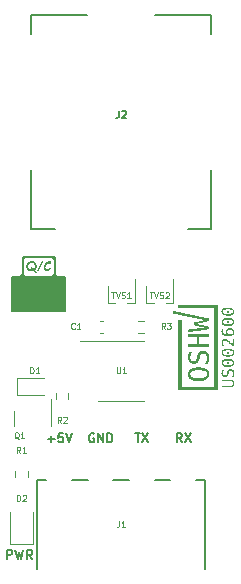
<source format=gbr>
%TF.GenerationSoftware,KiCad,Pcbnew,(7.0.0)*%
%TF.CreationDate,2024-01-22T21:47:18-08:00*%
%TF.ProjectId,M.E.S.S.I Basic,4d2e452e-532e-4532-9e49-204261736963,rev?*%
%TF.SameCoordinates,Original*%
%TF.FileFunction,Legend,Top*%
%TF.FilePolarity,Positive*%
%FSLAX46Y46*%
G04 Gerber Fmt 4.6, Leading zero omitted, Abs format (unit mm)*
G04 Created by KiCad (PCBNEW (7.0.0)) date 2024-01-22 21:47:18*
%MOMM*%
%LPD*%
G01*
G04 APERTURE LIST*
%ADD10C,0.175000*%
%ADD11C,0.125000*%
%ADD12C,0.150000*%
%ADD13C,0.120000*%
%ADD14C,0.152400*%
G04 APERTURE END LIST*
D10*
X111178573Y-85775535D02*
X111607145Y-85775535D01*
X111392859Y-86525535D02*
X111392859Y-85775535D01*
X111785716Y-85775535D02*
X112285716Y-86525535D01*
X112285716Y-85775535D02*
X111785716Y-86525535D01*
X107678572Y-85811250D02*
X107607144Y-85775535D01*
X107607144Y-85775535D02*
X107500001Y-85775535D01*
X107500001Y-85775535D02*
X107392858Y-85811250D01*
X107392858Y-85811250D02*
X107321429Y-85882678D01*
X107321429Y-85882678D02*
X107285715Y-85954107D01*
X107285715Y-85954107D02*
X107250001Y-86096964D01*
X107250001Y-86096964D02*
X107250001Y-86204107D01*
X107250001Y-86204107D02*
X107285715Y-86346964D01*
X107285715Y-86346964D02*
X107321429Y-86418392D01*
X107321429Y-86418392D02*
X107392858Y-86489821D01*
X107392858Y-86489821D02*
X107500001Y-86525535D01*
X107500001Y-86525535D02*
X107571429Y-86525535D01*
X107571429Y-86525535D02*
X107678572Y-86489821D01*
X107678572Y-86489821D02*
X107714286Y-86454107D01*
X107714286Y-86454107D02*
X107714286Y-86204107D01*
X107714286Y-86204107D02*
X107571429Y-86204107D01*
X108035715Y-86525535D02*
X108035715Y-85775535D01*
X108035715Y-85775535D02*
X108464286Y-86525535D01*
X108464286Y-86525535D02*
X108464286Y-85775535D01*
X108821429Y-86525535D02*
X108821429Y-85775535D01*
X108821429Y-85775535D02*
X109000000Y-85775535D01*
X109000000Y-85775535D02*
X109107143Y-85811250D01*
X109107143Y-85811250D02*
X109178572Y-85882678D01*
X109178572Y-85882678D02*
X109214286Y-85954107D01*
X109214286Y-85954107D02*
X109250000Y-86096964D01*
X109250000Y-86096964D02*
X109250000Y-86204107D01*
X109250000Y-86204107D02*
X109214286Y-86346964D01*
X109214286Y-86346964D02*
X109178572Y-86418392D01*
X109178572Y-86418392D02*
X109107143Y-86489821D01*
X109107143Y-86489821D02*
X109000000Y-86525535D01*
X109000000Y-86525535D02*
X108821429Y-86525535D01*
X115125001Y-86525535D02*
X114875001Y-86168392D01*
X114696430Y-86525535D02*
X114696430Y-85775535D01*
X114696430Y-85775535D02*
X114982144Y-85775535D01*
X114982144Y-85775535D02*
X115053573Y-85811250D01*
X115053573Y-85811250D02*
X115089287Y-85846964D01*
X115089287Y-85846964D02*
X115125001Y-85918392D01*
X115125001Y-85918392D02*
X115125001Y-86025535D01*
X115125001Y-86025535D02*
X115089287Y-86096964D01*
X115089287Y-86096964D02*
X115053573Y-86132678D01*
X115053573Y-86132678D02*
X114982144Y-86168392D01*
X114982144Y-86168392D02*
X114696430Y-86168392D01*
X115375001Y-85775535D02*
X115875001Y-86525535D01*
X115875001Y-85775535D02*
X115375001Y-86525535D01*
X100308333Y-96418904D02*
X100308333Y-95618904D01*
X100308333Y-95618904D02*
X100613095Y-95618904D01*
X100613095Y-95618904D02*
X100689285Y-95657000D01*
X100689285Y-95657000D02*
X100727380Y-95695095D01*
X100727380Y-95695095D02*
X100765476Y-95771285D01*
X100765476Y-95771285D02*
X100765476Y-95885571D01*
X100765476Y-95885571D02*
X100727380Y-95961761D01*
X100727380Y-95961761D02*
X100689285Y-95999857D01*
X100689285Y-95999857D02*
X100613095Y-96037952D01*
X100613095Y-96037952D02*
X100308333Y-96037952D01*
X101032142Y-95618904D02*
X101222618Y-96418904D01*
X101222618Y-96418904D02*
X101374999Y-95847476D01*
X101374999Y-95847476D02*
X101527380Y-96418904D01*
X101527380Y-96418904D02*
X101717857Y-95618904D01*
X102479762Y-96418904D02*
X102213095Y-96037952D01*
X102022619Y-96418904D02*
X102022619Y-95618904D01*
X102022619Y-95618904D02*
X102327381Y-95618904D01*
X102327381Y-95618904D02*
X102403571Y-95657000D01*
X102403571Y-95657000D02*
X102441666Y-95695095D01*
X102441666Y-95695095D02*
X102479762Y-95771285D01*
X102479762Y-95771285D02*
X102479762Y-95885571D01*
X102479762Y-95885571D02*
X102441666Y-95961761D01*
X102441666Y-95961761D02*
X102403571Y-95999857D01*
X102403571Y-95999857D02*
X102327381Y-96037952D01*
X102327381Y-96037952D02*
X102022619Y-96037952D01*
X103785714Y-86239821D02*
X104357143Y-86239821D01*
X104071428Y-86525535D02*
X104071428Y-85954107D01*
X105071428Y-85775535D02*
X104714285Y-85775535D01*
X104714285Y-85775535D02*
X104678571Y-86132678D01*
X104678571Y-86132678D02*
X104714285Y-86096964D01*
X104714285Y-86096964D02*
X104785714Y-86061250D01*
X104785714Y-86061250D02*
X104964285Y-86061250D01*
X104964285Y-86061250D02*
X105035714Y-86096964D01*
X105035714Y-86096964D02*
X105071428Y-86132678D01*
X105071428Y-86132678D02*
X105107142Y-86204107D01*
X105107142Y-86204107D02*
X105107142Y-86382678D01*
X105107142Y-86382678D02*
X105071428Y-86454107D01*
X105071428Y-86454107D02*
X105035714Y-86489821D01*
X105035714Y-86489821D02*
X104964285Y-86525535D01*
X104964285Y-86525535D02*
X104785714Y-86525535D01*
X104785714Y-86525535D02*
X104714285Y-86489821D01*
X104714285Y-86489821D02*
X104678571Y-86454107D01*
X105321428Y-85775535D02*
X105571428Y-86525535D01*
X105571428Y-86525535D02*
X105821428Y-85775535D01*
D11*
%TO.C,C1*%
X106066666Y-76886071D02*
X106042857Y-76909880D01*
X106042857Y-76909880D02*
X105971428Y-76933690D01*
X105971428Y-76933690D02*
X105923809Y-76933690D01*
X105923809Y-76933690D02*
X105852381Y-76909880D01*
X105852381Y-76909880D02*
X105804762Y-76862261D01*
X105804762Y-76862261D02*
X105780952Y-76814642D01*
X105780952Y-76814642D02*
X105757143Y-76719404D01*
X105757143Y-76719404D02*
X105757143Y-76647976D01*
X105757143Y-76647976D02*
X105780952Y-76552738D01*
X105780952Y-76552738D02*
X105804762Y-76505119D01*
X105804762Y-76505119D02*
X105852381Y-76457500D01*
X105852381Y-76457500D02*
X105923809Y-76433690D01*
X105923809Y-76433690D02*
X105971428Y-76433690D01*
X105971428Y-76433690D02*
X106042857Y-76457500D01*
X106042857Y-76457500D02*
X106066666Y-76481309D01*
X106542857Y-76933690D02*
X106257143Y-76933690D01*
X106400000Y-76933690D02*
X106400000Y-76433690D01*
X106400000Y-76433690D02*
X106352381Y-76505119D01*
X106352381Y-76505119D02*
X106304762Y-76552738D01*
X106304762Y-76552738D02*
X106257143Y-76576547D01*
%TO.C,R3*%
X113716666Y-76933690D02*
X113550000Y-76695595D01*
X113430952Y-76933690D02*
X113430952Y-76433690D01*
X113430952Y-76433690D02*
X113621428Y-76433690D01*
X113621428Y-76433690D02*
X113669047Y-76457500D01*
X113669047Y-76457500D02*
X113692857Y-76481309D01*
X113692857Y-76481309D02*
X113716666Y-76528928D01*
X113716666Y-76528928D02*
X113716666Y-76600357D01*
X113716666Y-76600357D02*
X113692857Y-76647976D01*
X113692857Y-76647976D02*
X113669047Y-76671785D01*
X113669047Y-76671785D02*
X113621428Y-76695595D01*
X113621428Y-76695595D02*
X113430952Y-76695595D01*
X113883333Y-76433690D02*
X114192857Y-76433690D01*
X114192857Y-76433690D02*
X114026190Y-76624166D01*
X114026190Y-76624166D02*
X114097619Y-76624166D01*
X114097619Y-76624166D02*
X114145238Y-76647976D01*
X114145238Y-76647976D02*
X114169047Y-76671785D01*
X114169047Y-76671785D02*
X114192857Y-76719404D01*
X114192857Y-76719404D02*
X114192857Y-76838452D01*
X114192857Y-76838452D02*
X114169047Y-76886071D01*
X114169047Y-76886071D02*
X114145238Y-76909880D01*
X114145238Y-76909880D02*
X114097619Y-76933690D01*
X114097619Y-76933690D02*
X113954762Y-76933690D01*
X113954762Y-76933690D02*
X113907143Y-76909880D01*
X113907143Y-76909880D02*
X113883333Y-76886071D01*
D12*
%TO.C,REF\u002A\u002A*%
G36*
X102452886Y-71189188D02*
G01*
X102465381Y-71189631D01*
X102477681Y-71190369D01*
X102489786Y-71191402D01*
X102501695Y-71192730D01*
X102513409Y-71194354D01*
X102524928Y-71196272D01*
X102536251Y-71198486D01*
X102547379Y-71200995D01*
X102558312Y-71203799D01*
X102569049Y-71206898D01*
X102579591Y-71210293D01*
X102589938Y-71213982D01*
X102600089Y-71217967D01*
X102610045Y-71222247D01*
X102619805Y-71226822D01*
X102629370Y-71231692D01*
X102638740Y-71236858D01*
X102647915Y-71242318D01*
X102656894Y-71248074D01*
X102665678Y-71254125D01*
X102674266Y-71260471D01*
X102682659Y-71267112D01*
X102690857Y-71274049D01*
X102698859Y-71281280D01*
X102706667Y-71288807D01*
X102714278Y-71296629D01*
X102721695Y-71304746D01*
X102728916Y-71313158D01*
X102735941Y-71321866D01*
X102742772Y-71330868D01*
X102749407Y-71340166D01*
X102754827Y-71348193D01*
X102760076Y-71356361D01*
X102765153Y-71364668D01*
X102770058Y-71373116D01*
X102774790Y-71381704D01*
X102779350Y-71390432D01*
X102783739Y-71399301D01*
X102787955Y-71408310D01*
X102791999Y-71417459D01*
X102795871Y-71426748D01*
X102799571Y-71436178D01*
X102803099Y-71445748D01*
X102806455Y-71455458D01*
X102809638Y-71465308D01*
X102812650Y-71475299D01*
X102815490Y-71485430D01*
X102818157Y-71495701D01*
X102820652Y-71506112D01*
X102822976Y-71516664D01*
X102825127Y-71527355D01*
X102827106Y-71538187D01*
X102828913Y-71549160D01*
X102830548Y-71560272D01*
X102832010Y-71571525D01*
X102833301Y-71582918D01*
X102834420Y-71594452D01*
X102835366Y-71606125D01*
X102836140Y-71617939D01*
X102836743Y-71629893D01*
X102837173Y-71641987D01*
X102837431Y-71654222D01*
X102837517Y-71666597D01*
X102837366Y-71676889D01*
X102836911Y-71687091D01*
X102836154Y-71697201D01*
X102835093Y-71707220D01*
X102833729Y-71717148D01*
X102832063Y-71726985D01*
X102830093Y-71736730D01*
X102827820Y-71746384D01*
X102825244Y-71755947D01*
X102822365Y-71765418D01*
X102819183Y-71774799D01*
X102815699Y-71784088D01*
X102811911Y-71793286D01*
X102807820Y-71802393D01*
X102803425Y-71811408D01*
X102798728Y-71820332D01*
X102793728Y-71829165D01*
X102788425Y-71837907D01*
X102782819Y-71846558D01*
X102776910Y-71855117D01*
X102770697Y-71863585D01*
X102764182Y-71871962D01*
X102757364Y-71880247D01*
X102750242Y-71888442D01*
X102742818Y-71896545D01*
X102735091Y-71904557D01*
X102727060Y-71912477D01*
X102718726Y-71920307D01*
X102710090Y-71928045D01*
X102701150Y-71935692D01*
X102691908Y-71943248D01*
X102682362Y-71950712D01*
X102688442Y-71956317D01*
X102695072Y-71962414D01*
X102702253Y-71969003D01*
X102709985Y-71976086D01*
X102715446Y-71981081D01*
X102721151Y-71986295D01*
X102727101Y-71991729D01*
X102733295Y-71997381D01*
X102739734Y-72003252D01*
X102746418Y-72009342D01*
X102753347Y-72015651D01*
X102760521Y-72022179D01*
X102767939Y-72028926D01*
X102775602Y-72035892D01*
X102834403Y-72083336D01*
X102840558Y-72089465D01*
X102846107Y-72095555D01*
X102851051Y-72101606D01*
X102855389Y-72107619D01*
X102860232Y-72115576D01*
X102863998Y-72123464D01*
X102866689Y-72131284D01*
X102868303Y-72139035D01*
X102868841Y-72146717D01*
X102868327Y-72155636D01*
X102866784Y-72164187D01*
X102864213Y-72172372D01*
X102860612Y-72180191D01*
X102855984Y-72187642D01*
X102850326Y-72194727D01*
X102847775Y-72197459D01*
X102842217Y-72202911D01*
X102836349Y-72207637D01*
X102830173Y-72211635D01*
X102822017Y-72215611D01*
X102813379Y-72218451D01*
X102806120Y-72219905D01*
X102798552Y-72220632D01*
X102794653Y-72220723D01*
X102786076Y-72219008D01*
X102778651Y-72215960D01*
X102769861Y-72211387D01*
X102759706Y-72205291D01*
X102748186Y-72197670D01*
X102741913Y-72193288D01*
X102735300Y-72188525D01*
X102728345Y-72183381D01*
X102721049Y-72177856D01*
X102713411Y-72171950D01*
X102705433Y-72165663D01*
X102697112Y-72158995D01*
X102688451Y-72151946D01*
X102679448Y-72144516D01*
X102670104Y-72136705D01*
X102660419Y-72128513D01*
X102650392Y-72119939D01*
X102640024Y-72110985D01*
X102629315Y-72101650D01*
X102618264Y-72091933D01*
X102606872Y-72081836D01*
X102595139Y-72071358D01*
X102583064Y-72060498D01*
X102570648Y-72049258D01*
X102557891Y-72037636D01*
X102544792Y-72025634D01*
X102534111Y-72029382D01*
X102523454Y-72032889D01*
X102512822Y-72036154D01*
X102502214Y-72039178D01*
X102491630Y-72041959D01*
X102481071Y-72044499D01*
X102470535Y-72046796D01*
X102460025Y-72048852D01*
X102449538Y-72050666D01*
X102439076Y-72052238D01*
X102428638Y-72053568D01*
X102418225Y-72054657D01*
X102407836Y-72055503D01*
X102397471Y-72056108D01*
X102387130Y-72056471D01*
X102376814Y-72056591D01*
X102366617Y-72056466D01*
X102356496Y-72056088D01*
X102346451Y-72055460D01*
X102336483Y-72054579D01*
X102326590Y-72053447D01*
X102316774Y-72052064D01*
X102307034Y-72050429D01*
X102297370Y-72048543D01*
X102287783Y-72046405D01*
X102278271Y-72044016D01*
X102268836Y-72041375D01*
X102259477Y-72038482D01*
X102250195Y-72035338D01*
X102240988Y-72031943D01*
X102231858Y-72028296D01*
X102222804Y-72024397D01*
X102213826Y-72020247D01*
X102204924Y-72015846D01*
X102196099Y-72011193D01*
X102187349Y-72006288D01*
X102178676Y-72001132D01*
X102170080Y-71995724D01*
X102161559Y-71990065D01*
X102153114Y-71984154D01*
X102144746Y-71977992D01*
X102136454Y-71971578D01*
X102128238Y-71964913D01*
X102120099Y-71957997D01*
X102112035Y-71950828D01*
X102104048Y-71943408D01*
X102096137Y-71935737D01*
X102088302Y-71927814D01*
X102080763Y-71919835D01*
X102073462Y-71911789D01*
X102066401Y-71903675D01*
X102059580Y-71895494D01*
X102052998Y-71887246D01*
X102046655Y-71878931D01*
X102040551Y-71870548D01*
X102034687Y-71862098D01*
X102029062Y-71853581D01*
X102023677Y-71844996D01*
X102018531Y-71836344D01*
X102013624Y-71827625D01*
X102008957Y-71818839D01*
X102004529Y-71809985D01*
X102000340Y-71801065D01*
X101996391Y-71792076D01*
X101992681Y-71783021D01*
X101989210Y-71773898D01*
X101985979Y-71764709D01*
X101982987Y-71755451D01*
X101980234Y-71746127D01*
X101977721Y-71736735D01*
X101975447Y-71727276D01*
X101973413Y-71717750D01*
X101971618Y-71708157D01*
X101970062Y-71698496D01*
X101968745Y-71688768D01*
X101967668Y-71678973D01*
X101966831Y-71669110D01*
X101966232Y-71659181D01*
X101965873Y-71649184D01*
X101965757Y-71639486D01*
X102112666Y-71639486D01*
X102112985Y-71652422D01*
X102113942Y-71665220D01*
X102115538Y-71677879D01*
X102117772Y-71690399D01*
X102120644Y-71702780D01*
X102124154Y-71715023D01*
X102128303Y-71727126D01*
X102133090Y-71739091D01*
X102138516Y-71750917D01*
X102144579Y-71762604D01*
X102151281Y-71774152D01*
X102158621Y-71785562D01*
X102166600Y-71796833D01*
X102175216Y-71807965D01*
X102184471Y-71818958D01*
X102194365Y-71829812D01*
X102199490Y-71835109D01*
X102209851Y-71845198D01*
X102220361Y-71854615D01*
X102231020Y-71863359D01*
X102241828Y-71871430D01*
X102252784Y-71878829D01*
X102263890Y-71885555D01*
X102275144Y-71891609D01*
X102286547Y-71896990D01*
X102298099Y-71901698D01*
X102309800Y-71905734D01*
X102321649Y-71909097D01*
X102333648Y-71911788D01*
X102345795Y-71913806D01*
X102358091Y-71915151D01*
X102370536Y-71915823D01*
X102376814Y-71915908D01*
X102384584Y-71915792D01*
X102392644Y-71915444D01*
X102400051Y-71914940D01*
X102405757Y-71914442D01*
X102396596Y-71905572D01*
X102388025Y-71896914D01*
X102380046Y-71888467D01*
X102372658Y-71880233D01*
X102365861Y-71872210D01*
X102359655Y-71864399D01*
X102354040Y-71856800D01*
X102349016Y-71849412D01*
X102344583Y-71842237D01*
X102340742Y-71835273D01*
X102337491Y-71828521D01*
X102333723Y-71818790D01*
X102331285Y-71809536D01*
X102330177Y-71800758D01*
X102330103Y-71797938D01*
X102330472Y-71790494D01*
X102331972Y-71781631D01*
X102334626Y-71773259D01*
X102338433Y-71765380D01*
X102343395Y-71757993D01*
X102348195Y-71752438D01*
X102353733Y-71747197D01*
X102360825Y-71741761D01*
X102368248Y-71737247D01*
X102376002Y-71733654D01*
X102384087Y-71730982D01*
X102392503Y-71729232D01*
X102401250Y-71728403D01*
X102404841Y-71728329D01*
X102413436Y-71728818D01*
X102421728Y-71730287D01*
X102429717Y-71732734D01*
X102437402Y-71736160D01*
X102444783Y-71740565D01*
X102451862Y-71745949D01*
X102458636Y-71752312D01*
X102465108Y-71759653D01*
X102470804Y-71766706D01*
X102476583Y-71773669D01*
X102482442Y-71780542D01*
X102488384Y-71787325D01*
X102494406Y-71794018D01*
X102500511Y-71800620D01*
X102506697Y-71807132D01*
X102512964Y-71813555D01*
X102519313Y-71819886D01*
X102525744Y-71826128D01*
X102532256Y-71832280D01*
X102538850Y-71838341D01*
X102545526Y-71844313D01*
X102552283Y-71850194D01*
X102559121Y-71855985D01*
X102566041Y-71861686D01*
X102573671Y-71856924D01*
X102581059Y-71852094D01*
X102588204Y-71847198D01*
X102595107Y-71842234D01*
X102601768Y-71837203D01*
X102608187Y-71832105D01*
X102614363Y-71826939D01*
X102620298Y-71821706D01*
X102625990Y-71816406D01*
X102631439Y-71811039D01*
X102636647Y-71805604D01*
X102641613Y-71800102D01*
X102650817Y-71788897D01*
X102659052Y-71777422D01*
X102666318Y-71765678D01*
X102672616Y-71753665D01*
X102677945Y-71741384D01*
X102682305Y-71728833D01*
X102685696Y-71716013D01*
X102688118Y-71702924D01*
X102689571Y-71689566D01*
X102690056Y-71675939D01*
X102689998Y-71666484D01*
X102689826Y-71657148D01*
X102689539Y-71647931D01*
X102689137Y-71638833D01*
X102688620Y-71629854D01*
X102687988Y-71620993D01*
X102687242Y-71612251D01*
X102686381Y-71603628D01*
X102685404Y-71595123D01*
X102684313Y-71586738D01*
X102683107Y-71578471D01*
X102681787Y-71570323D01*
X102680351Y-71562294D01*
X102678801Y-71554383D01*
X102677135Y-71546592D01*
X102675355Y-71538919D01*
X102673460Y-71531365D01*
X102671450Y-71523929D01*
X102669326Y-71516613D01*
X102667086Y-71509415D01*
X102664732Y-71502336D01*
X102662263Y-71495376D01*
X102656980Y-71481812D01*
X102651237Y-71468723D01*
X102645036Y-71456109D01*
X102638375Y-71443970D01*
X102631254Y-71432307D01*
X102627086Y-71425996D01*
X102622801Y-71419885D01*
X102618400Y-71413974D01*
X102609250Y-71402754D01*
X102599634Y-71392336D01*
X102589554Y-71382719D01*
X102579008Y-71373903D01*
X102567997Y-71365889D01*
X102556521Y-71358676D01*
X102544579Y-71352265D01*
X102532173Y-71346655D01*
X102519302Y-71341846D01*
X102505965Y-71337839D01*
X102492164Y-71334633D01*
X102477897Y-71332229D01*
X102470589Y-71331328D01*
X102463165Y-71330626D01*
X102455625Y-71330125D01*
X102447968Y-71329825D01*
X102440195Y-71329725D01*
X102431897Y-71329812D01*
X102423672Y-71330072D01*
X102415521Y-71330507D01*
X102407443Y-71331116D01*
X102399438Y-71331898D01*
X102391507Y-71332855D01*
X102383649Y-71333985D01*
X102375864Y-71335289D01*
X102368153Y-71336767D01*
X102360515Y-71338419D01*
X102352950Y-71340244D01*
X102345459Y-71342244D01*
X102338041Y-71344418D01*
X102330696Y-71346765D01*
X102323425Y-71349286D01*
X102316227Y-71351981D01*
X102309102Y-71354850D01*
X102302051Y-71357893D01*
X102295073Y-71361110D01*
X102288168Y-71364501D01*
X102281337Y-71368065D01*
X102274579Y-71371804D01*
X102267895Y-71375716D01*
X102261283Y-71379802D01*
X102254746Y-71384062D01*
X102248281Y-71388496D01*
X102241890Y-71393104D01*
X102235572Y-71397886D01*
X102229328Y-71402841D01*
X102223157Y-71407971D01*
X102217059Y-71413274D01*
X102211034Y-71418751D01*
X102204982Y-71424435D01*
X102199122Y-71430197D01*
X102193455Y-71436037D01*
X102187979Y-71441955D01*
X102182696Y-71447952D01*
X102177604Y-71454027D01*
X102172705Y-71460181D01*
X102167998Y-71466413D01*
X102163483Y-71472723D01*
X102159160Y-71479112D01*
X102155029Y-71485579D01*
X102151091Y-71492124D01*
X102147344Y-71498748D01*
X102143790Y-71505450D01*
X102140428Y-71512230D01*
X102137258Y-71519089D01*
X102134280Y-71526026D01*
X102131494Y-71533042D01*
X102128900Y-71540136D01*
X102126499Y-71547308D01*
X102124289Y-71554558D01*
X102122272Y-71561887D01*
X102120447Y-71569295D01*
X102118814Y-71576780D01*
X102117373Y-71584344D01*
X102116124Y-71591986D01*
X102115067Y-71599707D01*
X102114203Y-71607506D01*
X102113530Y-71615383D01*
X102113050Y-71623339D01*
X102112762Y-71631373D01*
X102112666Y-71639486D01*
X101965757Y-71639486D01*
X101965753Y-71639119D01*
X101965894Y-71627304D01*
X101966315Y-71615601D01*
X101967017Y-71604012D01*
X101968000Y-71592537D01*
X101969264Y-71581175D01*
X101970809Y-71569926D01*
X101972634Y-71558791D01*
X101974741Y-71547769D01*
X101977128Y-71536860D01*
X101979796Y-71526065D01*
X101982745Y-71515384D01*
X101985975Y-71504815D01*
X101989486Y-71494361D01*
X101993277Y-71484019D01*
X101997350Y-71473791D01*
X102001703Y-71463677D01*
X102006337Y-71453676D01*
X102011252Y-71443788D01*
X102016448Y-71434014D01*
X102021925Y-71424353D01*
X102027682Y-71414805D01*
X102033720Y-71405371D01*
X102040040Y-71396050D01*
X102046640Y-71386843D01*
X102053521Y-71377749D01*
X102060683Y-71368769D01*
X102068125Y-71359902D01*
X102075849Y-71351148D01*
X102083853Y-71342508D01*
X102092138Y-71333982D01*
X102100704Y-71325568D01*
X102109551Y-71317268D01*
X102118326Y-71309379D01*
X102127201Y-71301741D01*
X102136176Y-71294353D01*
X102145252Y-71287215D01*
X102154428Y-71280328D01*
X102163705Y-71273691D01*
X102173083Y-71267305D01*
X102182561Y-71261169D01*
X102192140Y-71255283D01*
X102201819Y-71249648D01*
X102211598Y-71244264D01*
X102221479Y-71239130D01*
X102231459Y-71234246D01*
X102241541Y-71229613D01*
X102251722Y-71225230D01*
X102262005Y-71221098D01*
X102272388Y-71217216D01*
X102282871Y-71213584D01*
X102293455Y-71210203D01*
X102304140Y-71207073D01*
X102314925Y-71204193D01*
X102325810Y-71201563D01*
X102336796Y-71199184D01*
X102347883Y-71197055D01*
X102359070Y-71195177D01*
X102370358Y-71193549D01*
X102381746Y-71192171D01*
X102393235Y-71191044D01*
X102404824Y-71190168D01*
X102416514Y-71189542D01*
X102428304Y-71189166D01*
X102440195Y-71189041D01*
X102452886Y-71189188D01*
G37*
G36*
X103381019Y-71250224D02*
G01*
X103377115Y-71258709D01*
X103372893Y-71268022D01*
X103368353Y-71278162D01*
X103365148Y-71285382D01*
X103361803Y-71292970D01*
X103358315Y-71300925D01*
X103354686Y-71309249D01*
X103350915Y-71317940D01*
X103347002Y-71326999D01*
X103342948Y-71336425D01*
X103338752Y-71346220D01*
X103334414Y-71356382D01*
X103329935Y-71366912D01*
X103325314Y-71377810D01*
X103322950Y-71383397D01*
X103318463Y-71394844D01*
X103313751Y-71406515D01*
X103308812Y-71418411D01*
X103303647Y-71430532D01*
X103298256Y-71442878D01*
X103292639Y-71455448D01*
X103286796Y-71468243D01*
X103280726Y-71481262D01*
X103274431Y-71494506D01*
X103271198Y-71501213D01*
X103267909Y-71507975D01*
X103264564Y-71514794D01*
X103261162Y-71521669D01*
X103257703Y-71528600D01*
X103254188Y-71535587D01*
X103250616Y-71542630D01*
X103246988Y-71549730D01*
X103243303Y-71556886D01*
X103239562Y-71564098D01*
X103235764Y-71571366D01*
X103231910Y-71578690D01*
X103227999Y-71586070D01*
X103224032Y-71593507D01*
X103217003Y-71606194D01*
X103209975Y-71618883D01*
X103202949Y-71631576D01*
X103195925Y-71644271D01*
X103188901Y-71656970D01*
X103181880Y-71669671D01*
X103174859Y-71682375D01*
X103167840Y-71695081D01*
X103160823Y-71707791D01*
X103153807Y-71720504D01*
X103146792Y-71733219D01*
X103139779Y-71745937D01*
X103132767Y-71758659D01*
X103125757Y-71771383D01*
X103118748Y-71784109D01*
X103111741Y-71796839D01*
X103107920Y-71804387D01*
X103103585Y-71813222D01*
X103099996Y-71820624D01*
X103095847Y-71829235D01*
X103091139Y-71839055D01*
X103085871Y-71850085D01*
X103080043Y-71862323D01*
X103073656Y-71875772D01*
X103070253Y-71882949D01*
X103066710Y-71890429D01*
X103063027Y-71898211D01*
X103059204Y-71906296D01*
X103055241Y-71914683D01*
X103051138Y-71923372D01*
X103046895Y-71932363D01*
X103042513Y-71941657D01*
X103037990Y-71951253D01*
X103033328Y-71961152D01*
X103028525Y-71971352D01*
X103023583Y-71981855D01*
X103018501Y-71992661D01*
X103014734Y-71999896D01*
X103010578Y-72006419D01*
X103006032Y-72012230D01*
X102999364Y-72018872D01*
X102992004Y-72024249D01*
X102983951Y-72028360D01*
X102975206Y-72031207D01*
X102965767Y-72032788D01*
X102958234Y-72033144D01*
X102950038Y-72032733D01*
X102942163Y-72031498D01*
X102934610Y-72029441D01*
X102927380Y-72026561D01*
X102920471Y-72022858D01*
X102913884Y-72018332D01*
X102911340Y-72016291D01*
X102905113Y-72010313D01*
X102899941Y-72003941D01*
X102895825Y-71997175D01*
X102892764Y-71990016D01*
X102890758Y-71982463D01*
X102889809Y-71974517D01*
X102889724Y-71971229D01*
X102890171Y-71963805D01*
X102891513Y-71956417D01*
X102893749Y-71949064D01*
X102894304Y-71947598D01*
X102899662Y-71934092D01*
X102902548Y-71927067D01*
X102905572Y-71919860D01*
X102908734Y-71912472D01*
X102912033Y-71904903D01*
X102915470Y-71897152D01*
X102919045Y-71889220D01*
X102922757Y-71881107D01*
X102926607Y-71872812D01*
X102930595Y-71864336D01*
X102934721Y-71855678D01*
X102938985Y-71846839D01*
X102943386Y-71837818D01*
X102947925Y-71828616D01*
X102952601Y-71819233D01*
X102957416Y-71809669D01*
X102962368Y-71799922D01*
X102967458Y-71789995D01*
X102972686Y-71779886D01*
X102978051Y-71769596D01*
X102983554Y-71759124D01*
X102989195Y-71748471D01*
X102994974Y-71737637D01*
X103000890Y-71726621D01*
X103006944Y-71715424D01*
X103013136Y-71704045D01*
X103019466Y-71692485D01*
X103025933Y-71680744D01*
X103032538Y-71668821D01*
X103039281Y-71656717D01*
X103046162Y-71644432D01*
X103053054Y-71632145D01*
X103059807Y-71620038D01*
X103066423Y-71608111D01*
X103072901Y-71596363D01*
X103079240Y-71584795D01*
X103085441Y-71573407D01*
X103091505Y-71562198D01*
X103097430Y-71551169D01*
X103103217Y-71540319D01*
X103108866Y-71529649D01*
X103114377Y-71519159D01*
X103119749Y-71508848D01*
X103124984Y-71498717D01*
X103130081Y-71488765D01*
X103135039Y-71478993D01*
X103139859Y-71469401D01*
X103144542Y-71459988D01*
X103149086Y-71450755D01*
X103153492Y-71441702D01*
X103157760Y-71432828D01*
X103161889Y-71424133D01*
X103165881Y-71415619D01*
X103169735Y-71407283D01*
X103173450Y-71399128D01*
X103177028Y-71391152D01*
X103180467Y-71383356D01*
X103183768Y-71375739D01*
X103186931Y-71368302D01*
X103189956Y-71361044D01*
X103192843Y-71353966D01*
X103195592Y-71347068D01*
X103198203Y-71340349D01*
X103202010Y-71330499D01*
X103205693Y-71321052D01*
X103209252Y-71312009D01*
X103212686Y-71303369D01*
X103215995Y-71295133D01*
X103219180Y-71287301D01*
X103222240Y-71279872D01*
X103225176Y-71272847D01*
X103229347Y-71263065D01*
X103233237Y-71254192D01*
X103236847Y-71246227D01*
X103240177Y-71239170D01*
X103244182Y-71231173D01*
X103249178Y-71221683D01*
X103254139Y-71212814D01*
X103259064Y-71204567D01*
X103263954Y-71196941D01*
X103268807Y-71189935D01*
X103273625Y-71183551D01*
X103278407Y-71177788D01*
X103285513Y-71170308D01*
X103292539Y-71164225D01*
X103299484Y-71159540D01*
X103306348Y-71156253D01*
X103315376Y-71154043D01*
X103319836Y-71153870D01*
X103327874Y-71154598D01*
X103335617Y-71156095D01*
X103343065Y-71158362D01*
X103350218Y-71161398D01*
X103357076Y-71165202D01*
X103363638Y-71169777D01*
X103366181Y-71171822D01*
X103372408Y-71177787D01*
X103377580Y-71184119D01*
X103381696Y-71190817D01*
X103384757Y-71197882D01*
X103386762Y-71205314D01*
X103387712Y-71213113D01*
X103387796Y-71216335D01*
X103387373Y-71224429D01*
X103386307Y-71231719D01*
X103384593Y-71239201D01*
X103382230Y-71246875D01*
X103381019Y-71250224D01*
G37*
G36*
X103972880Y-71435238D02*
G01*
X103964403Y-71434798D01*
X103956351Y-71433480D01*
X103948724Y-71431282D01*
X103941522Y-71428205D01*
X103934745Y-71424249D01*
X103928393Y-71419415D01*
X103922466Y-71413701D01*
X103916964Y-71407108D01*
X103911887Y-71399636D01*
X103907235Y-71391285D01*
X103904370Y-71385229D01*
X103901160Y-71378305D01*
X103897296Y-71371212D01*
X103892772Y-71364614D01*
X103887579Y-71359285D01*
X103883670Y-71356836D01*
X103876393Y-71354904D01*
X103868361Y-71353977D01*
X103859552Y-71353462D01*
X103850852Y-71353229D01*
X103843004Y-71353172D01*
X103834819Y-71353578D01*
X103826478Y-71354795D01*
X103817978Y-71356824D01*
X103809321Y-71359664D01*
X103800507Y-71363315D01*
X103791536Y-71367778D01*
X103782406Y-71373052D01*
X103773120Y-71379138D01*
X103763676Y-71386035D01*
X103754075Y-71393744D01*
X103744316Y-71402264D01*
X103734400Y-71411596D01*
X103724326Y-71421739D01*
X103719230Y-71427114D01*
X103714095Y-71432693D01*
X103708921Y-71438475D01*
X103703707Y-71444459D01*
X103698454Y-71450646D01*
X103693161Y-71457036D01*
X103685835Y-71466086D01*
X103678743Y-71475099D01*
X103671882Y-71484076D01*
X103665254Y-71493017D01*
X103658859Y-71501922D01*
X103652696Y-71510791D01*
X103646766Y-71519624D01*
X103641069Y-71528420D01*
X103635604Y-71537180D01*
X103630371Y-71545905D01*
X103625371Y-71554593D01*
X103620604Y-71563245D01*
X103616069Y-71571861D01*
X103611767Y-71580440D01*
X103607697Y-71588984D01*
X103603860Y-71597491D01*
X103600255Y-71605962D01*
X103596883Y-71614398D01*
X103593744Y-71622797D01*
X103590837Y-71631160D01*
X103588162Y-71639486D01*
X103585720Y-71647777D01*
X103583511Y-71656031D01*
X103581534Y-71664250D01*
X103579790Y-71672432D01*
X103578279Y-71680578D01*
X103577000Y-71688688D01*
X103575953Y-71696762D01*
X103575139Y-71704799D01*
X103574558Y-71712801D01*
X103574209Y-71720766D01*
X103574093Y-71728695D01*
X103574423Y-71739371D01*
X103575413Y-71749761D01*
X103577063Y-71759863D01*
X103579373Y-71769680D01*
X103582344Y-71779209D01*
X103585974Y-71788452D01*
X103590265Y-71797409D01*
X103595216Y-71806078D01*
X103600827Y-71814462D01*
X103607098Y-71822558D01*
X103611645Y-71827797D01*
X103618851Y-71835163D01*
X103626317Y-71841804D01*
X103634045Y-71847721D01*
X103642033Y-71852913D01*
X103650282Y-71857381D01*
X103658792Y-71861124D01*
X103667563Y-71864143D01*
X103676594Y-71866437D01*
X103685887Y-71868007D01*
X103695440Y-71868852D01*
X103701954Y-71869013D01*
X103711517Y-71868775D01*
X103721108Y-71868060D01*
X103730729Y-71866868D01*
X103740379Y-71865200D01*
X103750058Y-71863056D01*
X103759766Y-71860435D01*
X103769502Y-71857337D01*
X103779268Y-71853763D01*
X103789063Y-71849712D01*
X103798886Y-71845185D01*
X103805452Y-71841902D01*
X103812240Y-71838042D01*
X103819119Y-71833846D01*
X103827286Y-71828665D01*
X103834257Y-71824133D01*
X103841952Y-71819048D01*
X103850372Y-71813409D01*
X103859516Y-71807215D01*
X103866015Y-71802779D01*
X103872836Y-71798096D01*
X103879978Y-71793168D01*
X103883670Y-71790611D01*
X103891053Y-71785766D01*
X103898087Y-71781397D01*
X103904774Y-71777506D01*
X103913149Y-71773058D01*
X103920906Y-71769457D01*
X103928044Y-71766704D01*
X103936098Y-71764453D01*
X103944487Y-71763500D01*
X103952080Y-71763858D01*
X103959382Y-71764931D01*
X103968098Y-71767279D01*
X103976358Y-71770745D01*
X103984162Y-71775329D01*
X103990077Y-71779801D01*
X103995700Y-71784989D01*
X103997060Y-71786398D01*
X104002865Y-71793243D01*
X104007686Y-71800383D01*
X104011523Y-71807819D01*
X104014377Y-71815550D01*
X104016246Y-71823575D01*
X104017131Y-71831896D01*
X104017210Y-71835307D01*
X104016792Y-71842878D01*
X104015539Y-71850202D01*
X104013449Y-71857281D01*
X104010524Y-71864113D01*
X104006763Y-71870699D01*
X104002166Y-71877039D01*
X103996734Y-71883132D01*
X103990466Y-71888980D01*
X103981599Y-71896407D01*
X103972723Y-71903598D01*
X103963838Y-71910553D01*
X103954943Y-71917273D01*
X103946038Y-71923757D01*
X103937123Y-71930005D01*
X103928199Y-71936017D01*
X103919265Y-71941793D01*
X103910321Y-71947334D01*
X103901368Y-71952639D01*
X103892405Y-71957708D01*
X103883433Y-71962542D01*
X103874451Y-71967139D01*
X103865459Y-71971501D01*
X103856457Y-71975627D01*
X103847446Y-71979518D01*
X103838425Y-71983172D01*
X103829395Y-71986591D01*
X103820355Y-71989774D01*
X103811305Y-71992721D01*
X103802245Y-71995432D01*
X103793176Y-71997908D01*
X103784097Y-72000148D01*
X103775009Y-72002152D01*
X103765911Y-72003920D01*
X103756803Y-72005453D01*
X103747686Y-72006750D01*
X103738559Y-72007811D01*
X103729422Y-72008636D01*
X103720276Y-72009225D01*
X103711119Y-72009579D01*
X103701954Y-72009697D01*
X103687600Y-72009360D01*
X103673529Y-72008349D01*
X103659740Y-72006664D01*
X103646232Y-72004304D01*
X103633006Y-72001271D01*
X103620063Y-71997564D01*
X103607401Y-71993183D01*
X103595021Y-71988127D01*
X103582923Y-71982398D01*
X103571107Y-71975994D01*
X103559573Y-71968917D01*
X103548321Y-71961165D01*
X103537351Y-71952739D01*
X103526663Y-71943640D01*
X103516256Y-71933866D01*
X103506132Y-71923418D01*
X103496904Y-71912929D01*
X103488272Y-71902209D01*
X103480235Y-71891257D01*
X103472793Y-71880073D01*
X103465946Y-71868657D01*
X103459695Y-71857009D01*
X103454040Y-71845129D01*
X103448979Y-71833018D01*
X103444514Y-71820674D01*
X103440644Y-71808099D01*
X103437370Y-71795292D01*
X103434691Y-71782253D01*
X103432607Y-71768983D01*
X103431119Y-71755480D01*
X103430226Y-71741746D01*
X103429928Y-71727780D01*
X103430076Y-71716770D01*
X103430518Y-71705745D01*
X103431255Y-71694706D01*
X103432287Y-71683653D01*
X103433613Y-71672584D01*
X103435235Y-71661501D01*
X103437151Y-71650403D01*
X103439362Y-71639291D01*
X103441868Y-71628164D01*
X103444669Y-71617022D01*
X103447764Y-71605866D01*
X103451154Y-71594695D01*
X103454840Y-71583509D01*
X103458820Y-71572309D01*
X103463094Y-71561094D01*
X103467664Y-71549864D01*
X103472528Y-71538619D01*
X103477687Y-71527360D01*
X103483141Y-71516087D01*
X103488890Y-71504798D01*
X103494934Y-71493495D01*
X103501272Y-71482177D01*
X103507905Y-71470845D01*
X103514833Y-71459498D01*
X103522056Y-71448136D01*
X103529574Y-71436760D01*
X103537386Y-71425369D01*
X103545493Y-71413963D01*
X103553895Y-71402542D01*
X103562592Y-71391107D01*
X103571584Y-71379657D01*
X103580870Y-71368193D01*
X103588890Y-71358613D01*
X103596921Y-71349338D01*
X103604963Y-71340367D01*
X103613016Y-71331700D01*
X103621080Y-71323337D01*
X103629155Y-71315278D01*
X103637242Y-71307523D01*
X103645339Y-71300072D01*
X103653447Y-71292926D01*
X103661567Y-71286083D01*
X103669698Y-71279545D01*
X103677840Y-71273310D01*
X103685992Y-71267380D01*
X103694156Y-71261754D01*
X103702331Y-71256432D01*
X103710517Y-71251414D01*
X103718715Y-71246701D01*
X103726923Y-71242291D01*
X103735142Y-71238186D01*
X103743373Y-71234384D01*
X103751615Y-71230887D01*
X103759867Y-71227694D01*
X103768131Y-71224805D01*
X103776406Y-71222220D01*
X103784692Y-71219939D01*
X103792989Y-71217962D01*
X103801297Y-71216290D01*
X103809616Y-71214921D01*
X103817946Y-71213857D01*
X103826288Y-71213096D01*
X103834640Y-71212640D01*
X103843004Y-71212488D01*
X103851367Y-71212546D01*
X103859422Y-71212720D01*
X103867167Y-71213010D01*
X103874603Y-71213416D01*
X103882888Y-71214035D01*
X103884037Y-71214137D01*
X103891841Y-71214848D01*
X103899224Y-71215700D01*
X103907146Y-71216844D01*
X103914519Y-71218173D01*
X103916277Y-71218533D01*
X103923550Y-71213414D01*
X103931289Y-71209163D01*
X103939493Y-71205779D01*
X103948162Y-71203263D01*
X103955432Y-71201875D01*
X103963000Y-71201042D01*
X103970865Y-71200765D01*
X103980368Y-71201291D01*
X103989163Y-71202870D01*
X103997250Y-71205503D01*
X104004628Y-71209188D01*
X104011298Y-71213926D01*
X104017259Y-71219717D01*
X104022512Y-71226562D01*
X104027056Y-71234459D01*
X104030892Y-71243409D01*
X104034020Y-71253411D01*
X104035712Y-71260665D01*
X104037283Y-71268862D01*
X104038700Y-71277310D01*
X104039962Y-71286010D01*
X104041070Y-71294960D01*
X104042023Y-71304162D01*
X104042821Y-71313615D01*
X104043465Y-71323319D01*
X104043955Y-71333274D01*
X104044290Y-71343480D01*
X104044470Y-71353938D01*
X104044504Y-71361049D01*
X104044138Y-71368899D01*
X104043037Y-71376533D01*
X104041204Y-71383954D01*
X104038637Y-71391159D01*
X104035336Y-71398150D01*
X104031302Y-71404927D01*
X104029483Y-71407577D01*
X104024351Y-71414060D01*
X104018664Y-71419679D01*
X104012422Y-71424433D01*
X104005624Y-71428323D01*
X103998271Y-71431348D01*
X103990363Y-71433509D01*
X103981899Y-71434805D01*
X103972880Y-71435238D01*
G37*
D11*
%TO.C,TVS2*%
X112416668Y-73808690D02*
X112702382Y-73808690D01*
X112559525Y-74308690D02*
X112559525Y-73808690D01*
X112797620Y-73808690D02*
X112964286Y-74308690D01*
X112964286Y-74308690D02*
X113130953Y-73808690D01*
X113273810Y-74284880D02*
X113345238Y-74308690D01*
X113345238Y-74308690D02*
X113464286Y-74308690D01*
X113464286Y-74308690D02*
X113511905Y-74284880D01*
X113511905Y-74284880D02*
X113535714Y-74261071D01*
X113535714Y-74261071D02*
X113559524Y-74213452D01*
X113559524Y-74213452D02*
X113559524Y-74165833D01*
X113559524Y-74165833D02*
X113535714Y-74118214D01*
X113535714Y-74118214D02*
X113511905Y-74094404D01*
X113511905Y-74094404D02*
X113464286Y-74070595D01*
X113464286Y-74070595D02*
X113369048Y-74046785D01*
X113369048Y-74046785D02*
X113321429Y-74022976D01*
X113321429Y-74022976D02*
X113297619Y-73999166D01*
X113297619Y-73999166D02*
X113273810Y-73951547D01*
X113273810Y-73951547D02*
X113273810Y-73903928D01*
X113273810Y-73903928D02*
X113297619Y-73856309D01*
X113297619Y-73856309D02*
X113321429Y-73832500D01*
X113321429Y-73832500D02*
X113369048Y-73808690D01*
X113369048Y-73808690D02*
X113488095Y-73808690D01*
X113488095Y-73808690D02*
X113559524Y-73832500D01*
X113750000Y-73856309D02*
X113773809Y-73832500D01*
X113773809Y-73832500D02*
X113821428Y-73808690D01*
X113821428Y-73808690D02*
X113940476Y-73808690D01*
X113940476Y-73808690D02*
X113988095Y-73832500D01*
X113988095Y-73832500D02*
X114011904Y-73856309D01*
X114011904Y-73856309D02*
X114035714Y-73903928D01*
X114035714Y-73903928D02*
X114035714Y-73951547D01*
X114035714Y-73951547D02*
X114011904Y-74022976D01*
X114011904Y-74022976D02*
X113726190Y-74308690D01*
X113726190Y-74308690D02*
X114035714Y-74308690D01*
%TO.C,D1*%
X102300952Y-80683690D02*
X102300952Y-80183690D01*
X102300952Y-80183690D02*
X102420000Y-80183690D01*
X102420000Y-80183690D02*
X102491428Y-80207500D01*
X102491428Y-80207500D02*
X102539047Y-80255119D01*
X102539047Y-80255119D02*
X102562857Y-80302738D01*
X102562857Y-80302738D02*
X102586666Y-80397976D01*
X102586666Y-80397976D02*
X102586666Y-80469404D01*
X102586666Y-80469404D02*
X102562857Y-80564642D01*
X102562857Y-80564642D02*
X102539047Y-80612261D01*
X102539047Y-80612261D02*
X102491428Y-80659880D01*
X102491428Y-80659880D02*
X102420000Y-80683690D01*
X102420000Y-80683690D02*
X102300952Y-80683690D01*
X103062857Y-80683690D02*
X102777143Y-80683690D01*
X102920000Y-80683690D02*
X102920000Y-80183690D01*
X102920000Y-80183690D02*
X102872381Y-80255119D01*
X102872381Y-80255119D02*
X102824762Y-80302738D01*
X102824762Y-80302738D02*
X102777143Y-80326547D01*
%TO.C,TVS1*%
X109166668Y-73808690D02*
X109452382Y-73808690D01*
X109309525Y-74308690D02*
X109309525Y-73808690D01*
X109547620Y-73808690D02*
X109714286Y-74308690D01*
X109714286Y-74308690D02*
X109880953Y-73808690D01*
X110023810Y-74284880D02*
X110095238Y-74308690D01*
X110095238Y-74308690D02*
X110214286Y-74308690D01*
X110214286Y-74308690D02*
X110261905Y-74284880D01*
X110261905Y-74284880D02*
X110285714Y-74261071D01*
X110285714Y-74261071D02*
X110309524Y-74213452D01*
X110309524Y-74213452D02*
X110309524Y-74165833D01*
X110309524Y-74165833D02*
X110285714Y-74118214D01*
X110285714Y-74118214D02*
X110261905Y-74094404D01*
X110261905Y-74094404D02*
X110214286Y-74070595D01*
X110214286Y-74070595D02*
X110119048Y-74046785D01*
X110119048Y-74046785D02*
X110071429Y-74022976D01*
X110071429Y-74022976D02*
X110047619Y-73999166D01*
X110047619Y-73999166D02*
X110023810Y-73951547D01*
X110023810Y-73951547D02*
X110023810Y-73903928D01*
X110023810Y-73903928D02*
X110047619Y-73856309D01*
X110047619Y-73856309D02*
X110071429Y-73832500D01*
X110071429Y-73832500D02*
X110119048Y-73808690D01*
X110119048Y-73808690D02*
X110238095Y-73808690D01*
X110238095Y-73808690D02*
X110309524Y-73832500D01*
X110785714Y-74308690D02*
X110500000Y-74308690D01*
X110642857Y-74308690D02*
X110642857Y-73808690D01*
X110642857Y-73808690D02*
X110595238Y-73880119D01*
X110595238Y-73880119D02*
X110547619Y-73927738D01*
X110547619Y-73927738D02*
X110500000Y-73951547D01*
%TO.C,D2*%
X101180952Y-91508690D02*
X101180952Y-91008690D01*
X101180952Y-91008690D02*
X101300000Y-91008690D01*
X101300000Y-91008690D02*
X101371428Y-91032500D01*
X101371428Y-91032500D02*
X101419047Y-91080119D01*
X101419047Y-91080119D02*
X101442857Y-91127738D01*
X101442857Y-91127738D02*
X101466666Y-91222976D01*
X101466666Y-91222976D02*
X101466666Y-91294404D01*
X101466666Y-91294404D02*
X101442857Y-91389642D01*
X101442857Y-91389642D02*
X101419047Y-91437261D01*
X101419047Y-91437261D02*
X101371428Y-91484880D01*
X101371428Y-91484880D02*
X101300000Y-91508690D01*
X101300000Y-91508690D02*
X101180952Y-91508690D01*
X101657143Y-91056309D02*
X101680952Y-91032500D01*
X101680952Y-91032500D02*
X101728571Y-91008690D01*
X101728571Y-91008690D02*
X101847619Y-91008690D01*
X101847619Y-91008690D02*
X101895238Y-91032500D01*
X101895238Y-91032500D02*
X101919047Y-91056309D01*
X101919047Y-91056309D02*
X101942857Y-91103928D01*
X101942857Y-91103928D02*
X101942857Y-91151547D01*
X101942857Y-91151547D02*
X101919047Y-91222976D01*
X101919047Y-91222976D02*
X101633333Y-91508690D01*
X101633333Y-91508690D02*
X101942857Y-91508690D01*
%TO.C,J1*%
X109833333Y-93183690D02*
X109833333Y-93540833D01*
X109833333Y-93540833D02*
X109809524Y-93612261D01*
X109809524Y-93612261D02*
X109761905Y-93659880D01*
X109761905Y-93659880D02*
X109690476Y-93683690D01*
X109690476Y-93683690D02*
X109642857Y-93683690D01*
X110333333Y-93683690D02*
X110047619Y-93683690D01*
X110190476Y-93683690D02*
X110190476Y-93183690D01*
X110190476Y-93183690D02*
X110142857Y-93255119D01*
X110142857Y-93255119D02*
X110095238Y-93302738D01*
X110095238Y-93302738D02*
X110047619Y-93326547D01*
%TO.C,R1*%
X101466666Y-87408690D02*
X101300000Y-87170595D01*
X101180952Y-87408690D02*
X101180952Y-86908690D01*
X101180952Y-86908690D02*
X101371428Y-86908690D01*
X101371428Y-86908690D02*
X101419047Y-86932500D01*
X101419047Y-86932500D02*
X101442857Y-86956309D01*
X101442857Y-86956309D02*
X101466666Y-87003928D01*
X101466666Y-87003928D02*
X101466666Y-87075357D01*
X101466666Y-87075357D02*
X101442857Y-87122976D01*
X101442857Y-87122976D02*
X101419047Y-87146785D01*
X101419047Y-87146785D02*
X101371428Y-87170595D01*
X101371428Y-87170595D02*
X101180952Y-87170595D01*
X101942857Y-87408690D02*
X101657143Y-87408690D01*
X101800000Y-87408690D02*
X101800000Y-86908690D01*
X101800000Y-86908690D02*
X101752381Y-86980119D01*
X101752381Y-86980119D02*
X101704762Y-87027738D01*
X101704762Y-87027738D02*
X101657143Y-87051547D01*
%TO.C,Q1*%
X101327380Y-86231309D02*
X101279761Y-86207500D01*
X101279761Y-86207500D02*
X101232142Y-86159880D01*
X101232142Y-86159880D02*
X101160714Y-86088452D01*
X101160714Y-86088452D02*
X101113095Y-86064642D01*
X101113095Y-86064642D02*
X101065476Y-86064642D01*
X101089285Y-86183690D02*
X101041666Y-86159880D01*
X101041666Y-86159880D02*
X100994047Y-86112261D01*
X100994047Y-86112261D02*
X100970238Y-86017023D01*
X100970238Y-86017023D02*
X100970238Y-85850357D01*
X100970238Y-85850357D02*
X100994047Y-85755119D01*
X100994047Y-85755119D02*
X101041666Y-85707500D01*
X101041666Y-85707500D02*
X101089285Y-85683690D01*
X101089285Y-85683690D02*
X101184523Y-85683690D01*
X101184523Y-85683690D02*
X101232142Y-85707500D01*
X101232142Y-85707500D02*
X101279761Y-85755119D01*
X101279761Y-85755119D02*
X101303571Y-85850357D01*
X101303571Y-85850357D02*
X101303571Y-86017023D01*
X101303571Y-86017023D02*
X101279761Y-86112261D01*
X101279761Y-86112261D02*
X101232142Y-86159880D01*
X101232142Y-86159880D02*
X101184523Y-86183690D01*
X101184523Y-86183690D02*
X101089285Y-86183690D01*
X101779762Y-86183690D02*
X101494048Y-86183690D01*
X101636905Y-86183690D02*
X101636905Y-85683690D01*
X101636905Y-85683690D02*
X101589286Y-85755119D01*
X101589286Y-85755119D02*
X101541667Y-85802738D01*
X101541667Y-85802738D02*
X101494048Y-85826547D01*
%TO.C,R2*%
X104916666Y-84871190D02*
X104750000Y-84633095D01*
X104630952Y-84871190D02*
X104630952Y-84371190D01*
X104630952Y-84371190D02*
X104821428Y-84371190D01*
X104821428Y-84371190D02*
X104869047Y-84395000D01*
X104869047Y-84395000D02*
X104892857Y-84418809D01*
X104892857Y-84418809D02*
X104916666Y-84466428D01*
X104916666Y-84466428D02*
X104916666Y-84537857D01*
X104916666Y-84537857D02*
X104892857Y-84585476D01*
X104892857Y-84585476D02*
X104869047Y-84609285D01*
X104869047Y-84609285D02*
X104821428Y-84633095D01*
X104821428Y-84633095D02*
X104630952Y-84633095D01*
X105107143Y-84418809D02*
X105130952Y-84395000D01*
X105130952Y-84395000D02*
X105178571Y-84371190D01*
X105178571Y-84371190D02*
X105297619Y-84371190D01*
X105297619Y-84371190D02*
X105345238Y-84395000D01*
X105345238Y-84395000D02*
X105369047Y-84418809D01*
X105369047Y-84418809D02*
X105392857Y-84466428D01*
X105392857Y-84466428D02*
X105392857Y-84514047D01*
X105392857Y-84514047D02*
X105369047Y-84585476D01*
X105369047Y-84585476D02*
X105083333Y-84871190D01*
X105083333Y-84871190D02*
X105392857Y-84871190D01*
D12*
%TO.C,J2*%
X109825399Y-58454628D02*
X109825399Y-58883200D01*
X109825399Y-58883200D02*
X109796828Y-58968914D01*
X109796828Y-58968914D02*
X109739685Y-59026057D01*
X109739685Y-59026057D02*
X109653971Y-59054628D01*
X109653971Y-59054628D02*
X109596828Y-59054628D01*
X110082542Y-58511771D02*
X110111114Y-58483200D01*
X110111114Y-58483200D02*
X110168257Y-58454628D01*
X110168257Y-58454628D02*
X110311114Y-58454628D01*
X110311114Y-58454628D02*
X110368257Y-58483200D01*
X110368257Y-58483200D02*
X110396828Y-58511771D01*
X110396828Y-58511771D02*
X110425399Y-58568914D01*
X110425399Y-58568914D02*
X110425399Y-58626057D01*
X110425399Y-58626057D02*
X110396828Y-58711771D01*
X110396828Y-58711771D02*
X110053971Y-59054628D01*
X110053971Y-59054628D02*
X110425399Y-59054628D01*
D11*
%TO.C,U1*%
X109619047Y-80183690D02*
X109619047Y-80588452D01*
X109619047Y-80588452D02*
X109642857Y-80636071D01*
X109642857Y-80636071D02*
X109666666Y-80659880D01*
X109666666Y-80659880D02*
X109714285Y-80683690D01*
X109714285Y-80683690D02*
X109809523Y-80683690D01*
X109809523Y-80683690D02*
X109857142Y-80659880D01*
X109857142Y-80659880D02*
X109880952Y-80636071D01*
X109880952Y-80636071D02*
X109904761Y-80588452D01*
X109904761Y-80588452D02*
X109904761Y-80183690D01*
X110404762Y-80683690D02*
X110119048Y-80683690D01*
X110261905Y-80683690D02*
X110261905Y-80183690D01*
X110261905Y-80183690D02*
X110214286Y-80255119D01*
X110214286Y-80255119D02*
X110166667Y-80302738D01*
X110166667Y-80302738D02*
X110119048Y-80326547D01*
%TO.C,G\u002A\u002A\u002A*%
G36*
X117409078Y-77483869D02*
G01*
X117409078Y-77600904D01*
X116998907Y-77600904D01*
X116588735Y-77600904D01*
X116588735Y-77919197D01*
X116588735Y-78237490D01*
X116998907Y-78237490D01*
X117409078Y-78237490D01*
X117409078Y-78354526D01*
X117409078Y-78471561D01*
X116548265Y-78471561D01*
X115687452Y-78471561D01*
X115687452Y-78354526D01*
X115687452Y-78237490D01*
X116039653Y-78237490D01*
X116391853Y-78237490D01*
X116391853Y-77919197D01*
X116391853Y-77600904D01*
X116039653Y-77600904D01*
X115687452Y-77600904D01*
X115687452Y-77483869D01*
X115687452Y-77366833D01*
X116548265Y-77366833D01*
X117409078Y-77366833D01*
X117409078Y-77483869D01*
G37*
G36*
X119044266Y-79713122D02*
G01*
X119062109Y-79717583D01*
X119078230Y-79725271D01*
X119083705Y-79729024D01*
X119096443Y-79740453D01*
X119107389Y-79753757D01*
X119115510Y-79767617D01*
X119117439Y-79772207D01*
X119120675Y-79784085D01*
X119122678Y-79798130D01*
X119123296Y-79812436D01*
X119122377Y-79825100D01*
X119121894Y-79827762D01*
X119116245Y-79844651D01*
X119106967Y-79860624D01*
X119094806Y-79874727D01*
X119080507Y-79886003D01*
X119073272Y-79890049D01*
X119057147Y-79895939D01*
X119039228Y-79899157D01*
X119021379Y-79899440D01*
X119013766Y-79898521D01*
X118994703Y-79893249D01*
X118977487Y-79884547D01*
X118962538Y-79872893D01*
X118950278Y-79858761D01*
X118941129Y-79842627D01*
X118935510Y-79824968D01*
X118933822Y-79808236D01*
X118935930Y-79788224D01*
X118942026Y-79769379D01*
X118951772Y-79752231D01*
X118964828Y-79737310D01*
X118980853Y-79725145D01*
X118990319Y-79720052D01*
X119007379Y-79714261D01*
X119025692Y-79711983D01*
X119044266Y-79713122D01*
G37*
G36*
X119039842Y-78844610D02*
G01*
X119047541Y-78844983D01*
X119053505Y-78845932D01*
X119059053Y-78847720D01*
X119065505Y-78850615D01*
X119069903Y-78852767D01*
X119087236Y-78863634D01*
X119101488Y-78877345D01*
X119112426Y-78893428D01*
X119119819Y-78911407D01*
X119123435Y-78930808D01*
X119123043Y-78951157D01*
X119121801Y-78959006D01*
X119116185Y-78976911D01*
X119107100Y-78992736D01*
X119095059Y-79006217D01*
X119080574Y-79017089D01*
X119064159Y-79025085D01*
X119046326Y-79029941D01*
X119027587Y-79031391D01*
X119008456Y-79029170D01*
X118994322Y-79024997D01*
X118978669Y-79017020D01*
X118964225Y-79005734D01*
X118951852Y-78992041D01*
X118942413Y-78976844D01*
X118938161Y-78966271D01*
X118934318Y-78946988D01*
X118934591Y-78927819D01*
X118938742Y-78909285D01*
X118946532Y-78891911D01*
X118957721Y-78876220D01*
X118972070Y-78862735D01*
X118989340Y-78851979D01*
X118990699Y-78851320D01*
X118997356Y-78848299D01*
X119002965Y-78846338D01*
X119008810Y-78845211D01*
X119016177Y-78844689D01*
X119026350Y-78844547D01*
X119029087Y-78844544D01*
X119039842Y-78844610D01*
G37*
G36*
X119040813Y-75371080D02*
G01*
X119055095Y-75373305D01*
X119063641Y-75375907D01*
X119080848Y-75384982D01*
X119095584Y-75397255D01*
X119107548Y-75412128D01*
X119116438Y-75429001D01*
X119121956Y-75447273D01*
X119123799Y-75466346D01*
X119121667Y-75485619D01*
X119120680Y-75489660D01*
X119113482Y-75508433D01*
X119102724Y-75524709D01*
X119088550Y-75538316D01*
X119071106Y-75549082D01*
X119069940Y-75549643D01*
X119063265Y-75552676D01*
X119057712Y-75554673D01*
X119052047Y-75555849D01*
X119045032Y-75556419D01*
X119035433Y-75556599D01*
X119029970Y-75556610D01*
X119018984Y-75556555D01*
X119011118Y-75556225D01*
X119005117Y-75555375D01*
X118999725Y-75553758D01*
X118993687Y-75551130D01*
X118988117Y-75548415D01*
X118973123Y-75539236D01*
X118959588Y-75527563D01*
X118948450Y-75514355D01*
X118940642Y-75500567D01*
X118940135Y-75499333D01*
X118936770Y-75487078D01*
X118935026Y-75472440D01*
X118934936Y-75457116D01*
X118936535Y-75442800D01*
X118938853Y-75433765D01*
X118946291Y-75418298D01*
X118957135Y-75403622D01*
X118970447Y-75390676D01*
X118985289Y-75380400D01*
X118997812Y-75374671D01*
X119010477Y-75371731D01*
X119025376Y-75370544D01*
X119040813Y-75371080D01*
G37*
G36*
X119041681Y-76239265D02*
G01*
X119049260Y-76239812D01*
X119055347Y-76241055D01*
X119061380Y-76243267D01*
X119067264Y-76245979D01*
X119085190Y-76256842D01*
X119099975Y-76270475D01*
X119111397Y-76286437D01*
X119119231Y-76304288D01*
X119123256Y-76323588D01*
X119123248Y-76343897D01*
X119121801Y-76353598D01*
X119116073Y-76371665D01*
X119106537Y-76388088D01*
X119093618Y-76402325D01*
X119077741Y-76413834D01*
X119072128Y-76416842D01*
X119064789Y-76420386D01*
X119059032Y-76422733D01*
X119053602Y-76424129D01*
X119047242Y-76424821D01*
X119038696Y-76425055D01*
X119030189Y-76425080D01*
X119019035Y-76425005D01*
X119011018Y-76424638D01*
X119004901Y-76423761D01*
X118999447Y-76422158D01*
X118993419Y-76419613D01*
X118990133Y-76418076D01*
X118977557Y-76410755D01*
X118965190Y-76401161D01*
X118954347Y-76390448D01*
X118946341Y-76379770D01*
X118946115Y-76379389D01*
X118938276Y-76361897D01*
X118934419Y-76343515D01*
X118934408Y-76324840D01*
X118938110Y-76306470D01*
X118945392Y-76289003D01*
X118956119Y-76273035D01*
X118970158Y-76259166D01*
X118973614Y-76256502D01*
X118985529Y-76248705D01*
X118997101Y-76243497D01*
X119009673Y-76240475D01*
X119024590Y-76239231D01*
X119031169Y-76239141D01*
X119041681Y-76239265D01*
G37*
G36*
X116513811Y-74873537D02*
G01*
X118186763Y-74874085D01*
X118187311Y-78500547D01*
X118187858Y-82127009D01*
X116514358Y-82127009D01*
X114840858Y-82127009D01*
X114840858Y-79144243D01*
X114840858Y-76161476D01*
X114988520Y-76161476D01*
X115136182Y-76161476D01*
X115136182Y-78996581D01*
X115136182Y-81831685D01*
X116513264Y-81831685D01*
X117890346Y-81831685D01*
X117890346Y-78500000D01*
X117890346Y-75168315D01*
X117747606Y-75168373D01*
X117737282Y-75168372D01*
X117722716Y-75168363D01*
X117704040Y-75168345D01*
X117681389Y-75168319D01*
X117654896Y-75168286D01*
X117624692Y-75168245D01*
X117590912Y-75168196D01*
X117553689Y-75168141D01*
X117513156Y-75168078D01*
X117469445Y-75168009D01*
X117422691Y-75167933D01*
X117373025Y-75167852D01*
X117320582Y-75167764D01*
X117265494Y-75167670D01*
X117207895Y-75167571D01*
X117147917Y-75167467D01*
X117085694Y-75167358D01*
X117021358Y-75167243D01*
X116955043Y-75167125D01*
X116886883Y-75167001D01*
X116817009Y-75166874D01*
X116745556Y-75166743D01*
X116672656Y-75166608D01*
X116598443Y-75166470D01*
X116523049Y-75166328D01*
X116446608Y-75166183D01*
X116369252Y-75166036D01*
X116291116Y-75165886D01*
X116222862Y-75165754D01*
X114840858Y-75163076D01*
X114840858Y-75018032D01*
X114840858Y-74872988D01*
X116513811Y-74873537D01*
G37*
G36*
X119557282Y-78076703D02*
G01*
X119557282Y-78397184D01*
X119497671Y-78397118D01*
X119438059Y-78397052D01*
X119382276Y-78344237D01*
X119340283Y-78304548D01*
X119300318Y-78266919D01*
X119262476Y-78231435D01*
X119226847Y-78198181D01*
X119193525Y-78167240D01*
X119162602Y-78138699D01*
X119134171Y-78112642D01*
X119108324Y-78089154D01*
X119085153Y-78068319D01*
X119064752Y-78050223D01*
X119047212Y-78034951D01*
X119032626Y-78022586D01*
X119022823Y-78014588D01*
X118992974Y-77991590D01*
X118965354Y-77971926D01*
X118939604Y-77955399D01*
X118915369Y-77941810D01*
X118892291Y-77930964D01*
X118870014Y-77922664D01*
X118848182Y-77916711D01*
X118844131Y-77915845D01*
X118827234Y-77913311D01*
X118808026Y-77911960D01*
X118787809Y-77911766D01*
X118767887Y-77912704D01*
X118749563Y-77914749D01*
X118734140Y-77917875D01*
X118733709Y-77917992D01*
X118707688Y-77927269D01*
X118684353Y-77939946D01*
X118663843Y-77955866D01*
X118646294Y-77974874D01*
X118631845Y-77996813D01*
X118620633Y-78021526D01*
X118612796Y-78048857D01*
X118611212Y-78057032D01*
X118609307Y-78072290D01*
X118608242Y-78090469D01*
X118608018Y-78110200D01*
X118608633Y-78130110D01*
X118610085Y-78148828D01*
X118611290Y-78158457D01*
X118619444Y-78200023D01*
X118631829Y-78242605D01*
X118648430Y-78286163D01*
X118669232Y-78330655D01*
X118684089Y-78358437D01*
X118689615Y-78368372D01*
X118694286Y-78376894D01*
X118697724Y-78383306D01*
X118699553Y-78386909D01*
X118699751Y-78387422D01*
X118697648Y-78387665D01*
X118691682Y-78387886D01*
X118682362Y-78388080D01*
X118670200Y-78388238D01*
X118655706Y-78388354D01*
X118639392Y-78388420D01*
X118627873Y-78388433D01*
X118555995Y-78388433D01*
X118545994Y-78364917D01*
X118533793Y-78335342D01*
X118523563Y-78308443D01*
X118514982Y-78283170D01*
X118507726Y-78258473D01*
X118501472Y-78233303D01*
X118495898Y-78206610D01*
X118493768Y-78195168D01*
X118491823Y-78181508D01*
X118490220Y-78164537D01*
X118488989Y-78145306D01*
X118488161Y-78124869D01*
X118487770Y-78104277D01*
X118487844Y-78084584D01*
X118488417Y-78066842D01*
X118489502Y-78052276D01*
X118495492Y-78013038D01*
X118504837Y-77976021D01*
X118517402Y-77941393D01*
X118533053Y-77909320D01*
X118551655Y-77879969D01*
X118573073Y-77853506D01*
X118597173Y-77830098D01*
X118623820Y-77809911D01*
X118652879Y-77793113D01*
X118684216Y-77779870D01*
X118717251Y-77770447D01*
X118730352Y-77768261D01*
X118746579Y-77766662D01*
X118764723Y-77765676D01*
X118783571Y-77765324D01*
X118801912Y-77765632D01*
X118818534Y-77766624D01*
X118831375Y-77768179D01*
X118862321Y-77774888D01*
X118893109Y-77784800D01*
X118924114Y-77798090D01*
X118955711Y-77814935D01*
X118988273Y-77835513D01*
X119015928Y-77855274D01*
X119026066Y-77862971D01*
X119036497Y-77871111D01*
X119047392Y-77879848D01*
X119058923Y-77889338D01*
X119071263Y-77899738D01*
X119084583Y-77911203D01*
X119099056Y-77923888D01*
X119114853Y-77937949D01*
X119132147Y-77953542D01*
X119151110Y-77970822D01*
X119171913Y-77989946D01*
X119194730Y-78011069D01*
X119219731Y-78034347D01*
X119247089Y-78059935D01*
X119276976Y-78087989D01*
X119309564Y-78118665D01*
X119345026Y-78152118D01*
X119369074Y-78174837D01*
X119435872Y-78237969D01*
X119436428Y-77997096D01*
X119436985Y-77756223D01*
X119497134Y-77756223D01*
X119557282Y-77756223D01*
X119557282Y-78076703D01*
G37*
G36*
X118886242Y-81213212D02*
G01*
X118935158Y-81213315D01*
X118979913Y-81213414D01*
X119020724Y-81213513D01*
X119057805Y-81213618D01*
X119091372Y-81213734D01*
X119121640Y-81213865D01*
X119148823Y-81214017D01*
X119173138Y-81214195D01*
X119194799Y-81214403D01*
X119214021Y-81214647D01*
X119231020Y-81214932D01*
X119246011Y-81215262D01*
X119259209Y-81215643D01*
X119270829Y-81216079D01*
X119281086Y-81216576D01*
X119290196Y-81217138D01*
X119298374Y-81217771D01*
X119305835Y-81218480D01*
X119312794Y-81219269D01*
X119319466Y-81220143D01*
X119326066Y-81221108D01*
X119332811Y-81222169D01*
X119339914Y-81223330D01*
X119342713Y-81223792D01*
X119376824Y-81231127D01*
X119407838Y-81241407D01*
X119436002Y-81254749D01*
X119461558Y-81271275D01*
X119484754Y-81291101D01*
X119488374Y-81294701D01*
X119510941Y-81320717D01*
X119530382Y-81349701D01*
X119546620Y-81381488D01*
X119559581Y-81415910D01*
X119569190Y-81452801D01*
X119574667Y-81485990D01*
X119575626Y-81496940D01*
X119576272Y-81511103D01*
X119576613Y-81527427D01*
X119576657Y-81544858D01*
X119576412Y-81562345D01*
X119575886Y-81578836D01*
X119575086Y-81593277D01*
X119574020Y-81604617D01*
X119573772Y-81606450D01*
X119566906Y-81643015D01*
X119557268Y-81676693D01*
X119544594Y-81708178D01*
X119528620Y-81738169D01*
X119517268Y-81755845D01*
X119497927Y-81780828D01*
X119476299Y-81802430D01*
X119452182Y-81820770D01*
X119425372Y-81835967D01*
X119395667Y-81848144D01*
X119362864Y-81857419D01*
X119337431Y-81862333D01*
X119330117Y-81863498D01*
X119323200Y-81864564D01*
X119316464Y-81865535D01*
X119309694Y-81866417D01*
X119302672Y-81867213D01*
X119295183Y-81867930D01*
X119287010Y-81868571D01*
X119277937Y-81869142D01*
X119267749Y-81869648D01*
X119256229Y-81870094D01*
X119243160Y-81870484D01*
X119228327Y-81870823D01*
X119211513Y-81871117D01*
X119192502Y-81871370D01*
X119171079Y-81871586D01*
X119147027Y-81871772D01*
X119120129Y-81871932D01*
X119090170Y-81872070D01*
X119056933Y-81872192D01*
X119020202Y-81872303D01*
X118979762Y-81872407D01*
X118935395Y-81872509D01*
X118886886Y-81872615D01*
X118882961Y-81872623D01*
X118505056Y-81873435D01*
X118505056Y-81801152D01*
X118505056Y-81728869D01*
X118900461Y-81728831D01*
X118951098Y-81728822D01*
X118997555Y-81728804D01*
X119040027Y-81728772D01*
X119078710Y-81728725D01*
X119113797Y-81728660D01*
X119145486Y-81728573D01*
X119173970Y-81728461D01*
X119199445Y-81728322D01*
X119222106Y-81728153D01*
X119242148Y-81727951D01*
X119259766Y-81727713D01*
X119275156Y-81727435D01*
X119288512Y-81727116D01*
X119300030Y-81726751D01*
X119309905Y-81726339D01*
X119318332Y-81725876D01*
X119325506Y-81725359D01*
X119331622Y-81724786D01*
X119336876Y-81724153D01*
X119341462Y-81723457D01*
X119345576Y-81722696D01*
X119348368Y-81722103D01*
X119367549Y-81715746D01*
X119386299Y-81705595D01*
X119403929Y-81692224D01*
X119419752Y-81676208D01*
X119433078Y-81658119D01*
X119439968Y-81645741D01*
X119446665Y-81631154D01*
X119451725Y-81617719D01*
X119455387Y-81604344D01*
X119457893Y-81589938D01*
X119459481Y-81573406D01*
X119460394Y-81553657D01*
X119460420Y-81552769D01*
X119460636Y-81530032D01*
X119459751Y-81510508D01*
X119457623Y-81493142D01*
X119454107Y-81476878D01*
X119449061Y-81460659D01*
X119447270Y-81455758D01*
X119436678Y-81433060D01*
X119423000Y-81412580D01*
X119406685Y-81394795D01*
X119388180Y-81380182D01*
X119367935Y-81369219D01*
X119364703Y-81367890D01*
X119361239Y-81366515D01*
X119357990Y-81365253D01*
X119354765Y-81364100D01*
X119351370Y-81363049D01*
X119347613Y-81362097D01*
X119343301Y-81361236D01*
X119338240Y-81360462D01*
X119332240Y-81359771D01*
X119325105Y-81359155D01*
X119316645Y-81358612D01*
X119306666Y-81358134D01*
X119294975Y-81357716D01*
X119281380Y-81357355D01*
X119265688Y-81357043D01*
X119247706Y-81356776D01*
X119227241Y-81356549D01*
X119204101Y-81356357D01*
X119178093Y-81356193D01*
X119149024Y-81356054D01*
X119116701Y-81355933D01*
X119080931Y-81355825D01*
X119041523Y-81355726D01*
X118998283Y-81355629D01*
X118951018Y-81355529D01*
X118909212Y-81355443D01*
X118505056Y-81354599D01*
X118505056Y-81283508D01*
X118505056Y-81212416D01*
X118886242Y-81213212D01*
G37*
G36*
X119029404Y-80146353D02*
G01*
X118979876Y-80145377D01*
X118931296Y-80142808D01*
X118884616Y-80138670D01*
X118840791Y-80132986D01*
X118827910Y-80130910D01*
X118783205Y-80122004D01*
X118741061Y-80110910D01*
X118701858Y-80097753D01*
X118665977Y-80082657D01*
X118637810Y-80068076D01*
X118606045Y-80047730D01*
X118578005Y-80025091D01*
X118553690Y-80000162D01*
X118533104Y-79972945D01*
X118516247Y-79943443D01*
X118503123Y-79911659D01*
X118493734Y-79877596D01*
X118490777Y-79861834D01*
X118489122Y-79847862D01*
X118488066Y-79830902D01*
X118487604Y-79812232D01*
X118487688Y-79799783D01*
X118600647Y-79799783D01*
X118600840Y-79815512D01*
X118601996Y-79830319D01*
X118604094Y-79842573D01*
X118604245Y-79843175D01*
X118611907Y-79865675D01*
X118622912Y-79886340D01*
X118637338Y-79905205D01*
X118655257Y-79922310D01*
X118676744Y-79937691D01*
X118701875Y-79951388D01*
X118730724Y-79963437D01*
X118763366Y-79973876D01*
X118799875Y-79982743D01*
X118840326Y-79990077D01*
X118884793Y-79995914D01*
X118910852Y-79998488D01*
X118920090Y-79999149D01*
X118932829Y-79999833D01*
X118948193Y-80000508D01*
X118965309Y-80001137D01*
X118983303Y-80001685D01*
X119001301Y-80002118D01*
X119001637Y-80002125D01*
X119057439Y-80002419D01*
X119109997Y-80000972D01*
X119159203Y-79997799D01*
X119204949Y-79992917D01*
X119247128Y-79986340D01*
X119285630Y-79978085D01*
X119320348Y-79968167D01*
X119351175Y-79956601D01*
X119367306Y-79949106D01*
X119392814Y-79934274D01*
X119414553Y-79917405D01*
X119432463Y-79898612D01*
X119446485Y-79878009D01*
X119456559Y-79855712D01*
X119462624Y-79831834D01*
X119464622Y-79806489D01*
X119462492Y-79779792D01*
X119460776Y-79770223D01*
X119458788Y-79763264D01*
X119455366Y-79753934D01*
X119451087Y-79743749D01*
X119448674Y-79738533D01*
X119436902Y-79718567D01*
X119421544Y-79700326D01*
X119402549Y-79683790D01*
X119379863Y-79668937D01*
X119353433Y-79655747D01*
X119323206Y-79644198D01*
X119289129Y-79634270D01*
X119251148Y-79625942D01*
X119209211Y-79619191D01*
X119163263Y-79613998D01*
X119126572Y-79611141D01*
X119110570Y-79610356D01*
X119091311Y-79609817D01*
X119069547Y-79609511D01*
X119046028Y-79609429D01*
X119021505Y-79609560D01*
X118996730Y-79609894D01*
X118972452Y-79610419D01*
X118949424Y-79611126D01*
X118928396Y-79612003D01*
X118910118Y-79613040D01*
X118895343Y-79614227D01*
X118893352Y-79614430D01*
X118848773Y-79620035D01*
X118808246Y-79626994D01*
X118771649Y-79635351D01*
X118738861Y-79645152D01*
X118709759Y-79656439D01*
X118684221Y-79669257D01*
X118662125Y-79683650D01*
X118643350Y-79699661D01*
X118636114Y-79707226D01*
X118627897Y-79718007D01*
X118619696Y-79731566D01*
X118612286Y-79746374D01*
X118606444Y-79760900D01*
X118603248Y-79772078D01*
X118601442Y-79784761D01*
X118600647Y-79799783D01*
X118487688Y-79799783D01*
X118487733Y-79793128D01*
X118488451Y-79774868D01*
X118489753Y-79758728D01*
X118491082Y-79748947D01*
X118498140Y-79717410D01*
X118508168Y-79687247D01*
X118520848Y-79659234D01*
X118535865Y-79634151D01*
X118540490Y-79627698D01*
X118562785Y-79601471D01*
X118588797Y-79577504D01*
X118618490Y-79555810D01*
X118651827Y-79536399D01*
X118688772Y-79519286D01*
X118729288Y-79504481D01*
X118773339Y-79491996D01*
X118820889Y-79481844D01*
X118871901Y-79474038D01*
X118926339Y-79468588D01*
X118984166Y-79465507D01*
X119031169Y-79464756D01*
X119091107Y-79465885D01*
X119147810Y-79469356D01*
X119201221Y-79475154D01*
X119251282Y-79483261D01*
X119297937Y-79493663D01*
X119341127Y-79506342D01*
X119380797Y-79521283D01*
X119416888Y-79538469D01*
X119449344Y-79557884D01*
X119478107Y-79579513D01*
X119495991Y-79595939D01*
X119518312Y-79620844D01*
X119536839Y-79647259D01*
X119551780Y-79675598D01*
X119563345Y-79706275D01*
X119571744Y-79739703D01*
X119573444Y-79748947D01*
X119574988Y-79761357D01*
X119576051Y-79776923D01*
X119576630Y-79794457D01*
X119576726Y-79812771D01*
X119576336Y-79830675D01*
X119575459Y-79846980D01*
X119574094Y-79860497D01*
X119573568Y-79863957D01*
X119565614Y-79898814D01*
X119553920Y-79931412D01*
X119538497Y-79961743D01*
X119519356Y-79989799D01*
X119496509Y-80015572D01*
X119469966Y-80039056D01*
X119439738Y-80060242D01*
X119405838Y-80079122D01*
X119368275Y-80095689D01*
X119327062Y-80109935D01*
X119282209Y-80121852D01*
X119233727Y-80131433D01*
X119181628Y-80138670D01*
X119174128Y-80139487D01*
X119127484Y-80143432D01*
X119078924Y-80145713D01*
X119057439Y-80145991D01*
X119029404Y-80146353D01*
G37*
G36*
X118993257Y-76672294D02*
G01*
X118943372Y-76670169D01*
X118895180Y-76666372D01*
X118849638Y-76660903D01*
X118829912Y-76657838D01*
X118781825Y-76648290D01*
X118737253Y-76636378D01*
X118696225Y-76622123D01*
X118658772Y-76605542D01*
X118624925Y-76586654D01*
X118594714Y-76565478D01*
X118568170Y-76542032D01*
X118545323Y-76516335D01*
X118526204Y-76488405D01*
X118514003Y-76465307D01*
X118504030Y-76441212D01*
X118496580Y-76416784D01*
X118491473Y-76391111D01*
X118488528Y-76363284D01*
X118487564Y-76332391D01*
X118487564Y-76332107D01*
X118600667Y-76332107D01*
X118601760Y-76354145D01*
X118605253Y-76373564D01*
X118611508Y-76391619D01*
X118620888Y-76409564D01*
X118624919Y-76415964D01*
X118636042Y-76430108D01*
X118650636Y-76444286D01*
X118667852Y-76457852D01*
X118686840Y-76470158D01*
X118706748Y-76480558D01*
X118713970Y-76483709D01*
X118737290Y-76492512D01*
X118762146Y-76500252D01*
X118789045Y-76507037D01*
X118818493Y-76512974D01*
X118850998Y-76518170D01*
X118887066Y-76522733D01*
X118908665Y-76525018D01*
X118919235Y-76525800D01*
X118933531Y-76526458D01*
X118950904Y-76526991D01*
X118970708Y-76527401D01*
X118992293Y-76527686D01*
X119015012Y-76527846D01*
X119038218Y-76527881D01*
X119061261Y-76527791D01*
X119083496Y-76527576D01*
X119104272Y-76527236D01*
X119122944Y-76526770D01*
X119138862Y-76526178D01*
X119151379Y-76525460D01*
X119155861Y-76525084D01*
X119200090Y-76520059D01*
X119240235Y-76513951D01*
X119276458Y-76506718D01*
X119308926Y-76498317D01*
X119337802Y-76488706D01*
X119363251Y-76477845D01*
X119383248Y-76467033D01*
X119406645Y-76450754D01*
X119426119Y-76432645D01*
X119441635Y-76412766D01*
X119453163Y-76391174D01*
X119460669Y-76367926D01*
X119464121Y-76343079D01*
X119464060Y-76323935D01*
X119463106Y-76313370D01*
X119461604Y-76302566D01*
X119459867Y-76293756D01*
X119459754Y-76293309D01*
X119452132Y-76271073D01*
X119441109Y-76250637D01*
X119426614Y-76231964D01*
X119408573Y-76215017D01*
X119386915Y-76199757D01*
X119361568Y-76186148D01*
X119332459Y-76174151D01*
X119299516Y-76163729D01*
X119262668Y-76154845D01*
X119221841Y-76147461D01*
X119176964Y-76141539D01*
X119165705Y-76140344D01*
X119149747Y-76139052D01*
X119130158Y-76137998D01*
X119107674Y-76137182D01*
X119083034Y-76136604D01*
X119056975Y-76136265D01*
X119030235Y-76136164D01*
X119003550Y-76136301D01*
X118977658Y-76136676D01*
X118953297Y-76137290D01*
X118931203Y-76138142D01*
X118912115Y-76139232D01*
X118898821Y-76140344D01*
X118852542Y-76145998D01*
X118810332Y-76153163D01*
X118772143Y-76161871D01*
X118737927Y-76172152D01*
X118707636Y-76184037D01*
X118681223Y-76197558D01*
X118658638Y-76212743D01*
X118639834Y-76229626D01*
X118624764Y-76248236D01*
X118613378Y-76268605D01*
X118605629Y-76290763D01*
X118601470Y-76314741D01*
X118600667Y-76332107D01*
X118487564Y-76332107D01*
X118487564Y-76331946D01*
X118488594Y-76300138D01*
X118491818Y-76271351D01*
X118497417Y-76244723D01*
X118505570Y-76219390D01*
X118516053Y-76195317D01*
X118532988Y-76165677D01*
X118553640Y-76138334D01*
X118577993Y-76113299D01*
X118606035Y-76090578D01*
X118637753Y-76070181D01*
X118673134Y-76052116D01*
X118712164Y-76036393D01*
X118754831Y-76023019D01*
X118792536Y-76013809D01*
X118836938Y-76005550D01*
X118884487Y-75999177D01*
X118934381Y-75994689D01*
X118985820Y-75992087D01*
X119038001Y-75991370D01*
X119090124Y-75992538D01*
X119141387Y-75995591D01*
X119190989Y-76000527D01*
X119238130Y-76007348D01*
X119272701Y-76013981D01*
X119318300Y-76025382D01*
X119360244Y-76039142D01*
X119398525Y-76055258D01*
X119433139Y-76073724D01*
X119464078Y-76094534D01*
X119491338Y-76117683D01*
X119514911Y-76143166D01*
X119534792Y-76170978D01*
X119550975Y-76201113D01*
X119563453Y-76233567D01*
X119572220Y-76268333D01*
X119573444Y-76275069D01*
X119575269Y-76289703D01*
X119576410Y-76307394D01*
X119576875Y-76326880D01*
X119576672Y-76346900D01*
X119575808Y-76366189D01*
X119574291Y-76383487D01*
X119572718Y-76394454D01*
X119564504Y-76428794D01*
X119552483Y-76460997D01*
X119536684Y-76491029D01*
X119517138Y-76518857D01*
X119493872Y-76544446D01*
X119466918Y-76567764D01*
X119436303Y-76588777D01*
X119402058Y-76607452D01*
X119375713Y-76619208D01*
X119337886Y-76633011D01*
X119296654Y-76644866D01*
X119252603Y-76654614D01*
X119234614Y-76657838D01*
X119190605Y-76664073D01*
X119143508Y-76668637D01*
X119094281Y-76671528D01*
X119043879Y-76672747D01*
X119038218Y-76672696D01*
X118993257Y-76672294D01*
G37*
G36*
X119009941Y-75804430D02*
G01*
X118959241Y-75802758D01*
X118909354Y-75799278D01*
X118860973Y-75793972D01*
X118830273Y-75789472D01*
X118784867Y-75780651D01*
X118742137Y-75769421D01*
X118702262Y-75755872D01*
X118665423Y-75740096D01*
X118631800Y-75722183D01*
X118601573Y-75702222D01*
X118574924Y-75680305D01*
X118552031Y-75656521D01*
X118543278Y-75645598D01*
X118525458Y-75618542D01*
X118510685Y-75588826D01*
X118499278Y-75557213D01*
X118491556Y-75524462D01*
X118490896Y-75520515D01*
X118489250Y-75506620D01*
X118488165Y-75489858D01*
X118487641Y-75471460D01*
X118487657Y-75463638D01*
X118600667Y-75463638D01*
X118602419Y-75489668D01*
X118607737Y-75513307D01*
X118616763Y-75534836D01*
X118629639Y-75554536D01*
X118646508Y-75572686D01*
X118662894Y-75586220D01*
X118684744Y-75600498D01*
X118709836Y-75613197D01*
X118738323Y-75624364D01*
X118770359Y-75634044D01*
X118806096Y-75642282D01*
X118845687Y-75649124D01*
X118889286Y-75654616D01*
X118894445Y-75655152D01*
X118910047Y-75656445D01*
X118929224Y-75657565D01*
X118951181Y-75658500D01*
X118975121Y-75659238D01*
X119000247Y-75659768D01*
X119025765Y-75660077D01*
X119050876Y-75660155D01*
X119074786Y-75659989D01*
X119096697Y-75659569D01*
X119115813Y-75658882D01*
X119123126Y-75658493D01*
X119172520Y-75654622D01*
X119217878Y-75649162D01*
X119259247Y-75642089D01*
X119296676Y-75633378D01*
X119330216Y-75623003D01*
X119359914Y-75610940D01*
X119385819Y-75597163D01*
X119407981Y-75581649D01*
X119426448Y-75564372D01*
X119441270Y-75545307D01*
X119452495Y-75524430D01*
X119460173Y-75501715D01*
X119463348Y-75485514D01*
X119464280Y-75473180D01*
X119464103Y-75458508D01*
X119462927Y-75443363D01*
X119460861Y-75429609D01*
X119459791Y-75424840D01*
X119451821Y-75401856D01*
X119440047Y-75380731D01*
X119424441Y-75361449D01*
X119404977Y-75343993D01*
X119381629Y-75328346D01*
X119354372Y-75314491D01*
X119323179Y-75302413D01*
X119288024Y-75292094D01*
X119248881Y-75283517D01*
X119234830Y-75281024D01*
X119214999Y-75277857D01*
X119196126Y-75275219D01*
X119177552Y-75273067D01*
X119158619Y-75271360D01*
X119138670Y-75270054D01*
X119117047Y-75269108D01*
X119093092Y-75268479D01*
X119066147Y-75268125D01*
X119035555Y-75268004D01*
X119032263Y-75268003D01*
X119001269Y-75268103D01*
X118973988Y-75268432D01*
X118949763Y-75269031D01*
X118927936Y-75269944D01*
X118907849Y-75271212D01*
X118888844Y-75272877D01*
X118870264Y-75274982D01*
X118851450Y-75277569D01*
X118831745Y-75280681D01*
X118829696Y-75281024D01*
X118790450Y-75288764D01*
X118754739Y-75298202D01*
X118722663Y-75309292D01*
X118694325Y-75321988D01*
X118669826Y-75336246D01*
X118649268Y-75352022D01*
X118634106Y-75367614D01*
X118619803Y-75388109D01*
X118609465Y-75410452D01*
X118603093Y-75434640D01*
X118600689Y-75460666D01*
X118600667Y-75463638D01*
X118487657Y-75463638D01*
X118487679Y-75452654D01*
X118488279Y-75434669D01*
X118489441Y-75418736D01*
X118490892Y-75407594D01*
X118498678Y-75372902D01*
X118509716Y-75340990D01*
X118524170Y-75311538D01*
X118542203Y-75284227D01*
X118563981Y-75258736D01*
X118570781Y-75251872D01*
X118596410Y-75229430D01*
X118625173Y-75209259D01*
X118657237Y-75191274D01*
X118692766Y-75175394D01*
X118731929Y-75161533D01*
X118774167Y-75149786D01*
X118816017Y-75140866D01*
X118861089Y-75133747D01*
X118908665Y-75128427D01*
X118958028Y-75124906D01*
X119008460Y-75123180D01*
X119059243Y-75123250D01*
X119109659Y-75125112D01*
X119158991Y-75128765D01*
X119206520Y-75134208D01*
X119251529Y-75141440D01*
X119293300Y-75150457D01*
X119295460Y-75150997D01*
X119339420Y-75163685D01*
X119379646Y-75178648D01*
X119416146Y-75195893D01*
X119448930Y-75215429D01*
X119478006Y-75237263D01*
X119503382Y-75261403D01*
X119525066Y-75287857D01*
X119543067Y-75316631D01*
X119557393Y-75347735D01*
X119568052Y-75381175D01*
X119573444Y-75406599D01*
X119575269Y-75421233D01*
X119576410Y-75438924D01*
X119576875Y-75458411D01*
X119576672Y-75478430D01*
X119575808Y-75497720D01*
X119574291Y-75515017D01*
X119572718Y-75525984D01*
X119564509Y-75560356D01*
X119552519Y-75592542D01*
X119536769Y-75622526D01*
X119517277Y-75650288D01*
X119494064Y-75675811D01*
X119467149Y-75699078D01*
X119436552Y-75720071D01*
X119402293Y-75738772D01*
X119364392Y-75755164D01*
X119322867Y-75769228D01*
X119292405Y-75777495D01*
X119251381Y-75786295D01*
X119207012Y-75793395D01*
X119159990Y-75798776D01*
X119111009Y-75802421D01*
X119060762Y-75804311D01*
X119050876Y-75804334D01*
X119009941Y-75804430D01*
G37*
G36*
X118976222Y-79277057D02*
G01*
X118925153Y-79274125D01*
X118875757Y-79269336D01*
X118828839Y-79262690D01*
X118791825Y-79255650D01*
X118746930Y-79244398D01*
X118705435Y-79230768D01*
X118667391Y-79214800D01*
X118632853Y-79196535D01*
X118601872Y-79176013D01*
X118574503Y-79153274D01*
X118550797Y-79128359D01*
X118530808Y-79101308D01*
X118514589Y-79072162D01*
X118502193Y-79040961D01*
X118499664Y-79032729D01*
X118494607Y-79013171D01*
X118491044Y-78994049D01*
X118488805Y-78974047D01*
X118487726Y-78951848D01*
X118487564Y-78937355D01*
X118487746Y-78931432D01*
X118600637Y-78931432D01*
X118600844Y-78947176D01*
X118602028Y-78961974D01*
X118604164Y-78974202D01*
X118604293Y-78974705D01*
X118612090Y-78997682D01*
X118623043Y-79018362D01*
X118637370Y-79036989D01*
X118655291Y-79053808D01*
X118677025Y-79069062D01*
X118700810Y-79082037D01*
X118723501Y-79092098D01*
X118747957Y-79100943D01*
X118774605Y-79108670D01*
X118803871Y-79115378D01*
X118836183Y-79121163D01*
X118871968Y-79126123D01*
X118911653Y-79130357D01*
X118911946Y-79130384D01*
X118923369Y-79131189D01*
X118938486Y-79131858D01*
X118956620Y-79132391D01*
X118977092Y-79132789D01*
X118999222Y-79133051D01*
X119022334Y-79133177D01*
X119045748Y-79133167D01*
X119068787Y-79133021D01*
X119090771Y-79132739D01*
X119111022Y-79132321D01*
X119128862Y-79131765D01*
X119143612Y-79131073D01*
X119152580Y-79130435D01*
X119199940Y-79125286D01*
X119243248Y-79118566D01*
X119282540Y-79110264D01*
X119317852Y-79100367D01*
X119349221Y-79088861D01*
X119376682Y-79075733D01*
X119400272Y-79060972D01*
X119420027Y-79044564D01*
X119431366Y-79032367D01*
X119440117Y-79020148D01*
X119448251Y-79005745D01*
X119455025Y-78990693D01*
X119459697Y-78976530D01*
X119460816Y-78971424D01*
X119462256Y-78963356D01*
X119463513Y-78956279D01*
X119464121Y-78952829D01*
X119464547Y-78946669D01*
X119464409Y-78937551D01*
X119463799Y-78926843D01*
X119462806Y-78915913D01*
X119461522Y-78906130D01*
X119460729Y-78901754D01*
X119458646Y-78894332D01*
X119455239Y-78884816D01*
X119451169Y-78875013D01*
X119450243Y-78872983D01*
X119438302Y-78852132D01*
X119422730Y-78833224D01*
X119403424Y-78816171D01*
X119380279Y-78800887D01*
X119353192Y-78787287D01*
X119341430Y-78782377D01*
X119313813Y-78772686D01*
X119282888Y-78764224D01*
X119248419Y-78756941D01*
X119210169Y-78750788D01*
X119167903Y-78745715D01*
X119167893Y-78745714D01*
X119152127Y-78744424D01*
X119132715Y-78743368D01*
X119110384Y-78742545D01*
X119085857Y-78741955D01*
X119059858Y-78741598D01*
X119033112Y-78741474D01*
X119006343Y-78741583D01*
X118980276Y-78741926D01*
X118955634Y-78742501D01*
X118933142Y-78743309D01*
X118913525Y-78744351D01*
X118897507Y-78745625D01*
X118896633Y-78745714D01*
X118851797Y-78751189D01*
X118811013Y-78758023D01*
X118774160Y-78766257D01*
X118741117Y-78775935D01*
X118711764Y-78787100D01*
X118685979Y-78799795D01*
X118663641Y-78814064D01*
X118644629Y-78829950D01*
X118636114Y-78838756D01*
X118627897Y-78849537D01*
X118619696Y-78863097D01*
X118612286Y-78877905D01*
X118606444Y-78892430D01*
X118603248Y-78903609D01*
X118601430Y-78916368D01*
X118600637Y-78931432D01*
X118487746Y-78931432D01*
X118488511Y-78906458D01*
X118491503Y-78878578D01*
X118496742Y-78852764D01*
X118504432Y-78828066D01*
X118514775Y-78803532D01*
X118517158Y-78798605D01*
X118534050Y-78769224D01*
X118554593Y-78742161D01*
X118578795Y-78717412D01*
X118606663Y-78694972D01*
X118638205Y-78674840D01*
X118673429Y-78657011D01*
X118712342Y-78641481D01*
X118754952Y-78628248D01*
X118801267Y-78617308D01*
X118851294Y-78608657D01*
X118905041Y-78602292D01*
X118956791Y-78598505D01*
X119008740Y-78596661D01*
X119060039Y-78596686D01*
X119110225Y-78598534D01*
X119158834Y-78602155D01*
X119205403Y-78607502D01*
X119249467Y-78614528D01*
X119290562Y-78623183D01*
X119328226Y-78633420D01*
X119343993Y-78638551D01*
X119383863Y-78653977D01*
X119419911Y-78671504D01*
X119452176Y-78691172D01*
X119480694Y-78713020D01*
X119505503Y-78737089D01*
X119526642Y-78763417D01*
X119544147Y-78792045D01*
X119558056Y-78823012D01*
X119568407Y-78856358D01*
X119573444Y-78880478D01*
X119575269Y-78895111D01*
X119576410Y-78912802D01*
X119576875Y-78932289D01*
X119576672Y-78952308D01*
X119575808Y-78971598D01*
X119574291Y-78988896D01*
X119572718Y-78999862D01*
X119564521Y-79034136D01*
X119552532Y-79066253D01*
X119536777Y-79096190D01*
X119517286Y-79123923D01*
X119494086Y-79149429D01*
X119467203Y-79172683D01*
X119436666Y-79193663D01*
X119402503Y-79212345D01*
X119364740Y-79228706D01*
X119323405Y-79242721D01*
X119278527Y-79254368D01*
X119272701Y-79255650D01*
X119228496Y-79263860D01*
X119181135Y-79270214D01*
X119131421Y-79274710D01*
X119080162Y-79277350D01*
X119028160Y-79278132D01*
X119022334Y-79278011D01*
X118976222Y-79277057D01*
G37*
G36*
X119220451Y-77529327D02*
G01*
X119170831Y-77535012D01*
X119117320Y-77539010D01*
X119101172Y-77539854D01*
X119040998Y-77541448D01*
X118983284Y-77540409D01*
X118928194Y-77536763D01*
X118875889Y-77530532D01*
X118826534Y-77521744D01*
X118780291Y-77510421D01*
X118737324Y-77496588D01*
X118697796Y-77480271D01*
X118693660Y-77478323D01*
X118657008Y-77458713D01*
X118623837Y-77436532D01*
X118594185Y-77411822D01*
X118568087Y-77384626D01*
X118545580Y-77354984D01*
X118526701Y-77322939D01*
X118511487Y-77288534D01*
X118501672Y-77258228D01*
X118497581Y-77242550D01*
X118494433Y-77228394D01*
X118492090Y-77214693D01*
X118490413Y-77200376D01*
X118489263Y-77184372D01*
X118488501Y-77165613D01*
X118488217Y-77154638D01*
X118487967Y-77129168D01*
X118488519Y-77106762D01*
X118489987Y-77086163D01*
X118492485Y-77066115D01*
X118496128Y-77045360D01*
X118499642Y-77028746D01*
X118503046Y-77014800D01*
X118507339Y-76999126D01*
X118512147Y-76982941D01*
X118517096Y-76967462D01*
X118521812Y-76953904D01*
X118525662Y-76944083D01*
X118529178Y-76935880D01*
X118594959Y-76935880D01*
X118611375Y-76935932D01*
X118626245Y-76936080D01*
X118639044Y-76936310D01*
X118649246Y-76936609D01*
X118656324Y-76936964D01*
X118659752Y-76937361D01*
X118659989Y-76937520D01*
X118658734Y-76940038D01*
X118655928Y-76945563D01*
X118652022Y-76953212D01*
X118648587Y-76959913D01*
X118632596Y-76995503D01*
X118620633Y-77032228D01*
X118612627Y-77070388D01*
X118608508Y-77110283D01*
X118607872Y-77134298D01*
X118609301Y-77167753D01*
X118613666Y-77198295D01*
X118621085Y-77226355D01*
X118631676Y-77252368D01*
X118645557Y-77276766D01*
X118647540Y-77279739D01*
X118665732Y-77302734D01*
X118687641Y-77323665D01*
X118713084Y-77342458D01*
X118741883Y-77359040D01*
X118773856Y-77373336D01*
X118808822Y-77385273D01*
X118846602Y-77394776D01*
X118887014Y-77401773D01*
X118929879Y-77406188D01*
X118960073Y-77407671D01*
X119002731Y-77408883D01*
X118984794Y-77397979D01*
X118956432Y-77378424D01*
X118931739Y-77356500D01*
X118910739Y-77332259D01*
X118893456Y-77305751D01*
X118879916Y-77277028D01*
X118870141Y-77246141D01*
X118864158Y-77213143D01*
X118863156Y-77196943D01*
X118973925Y-77196943D01*
X118976555Y-77224844D01*
X118982923Y-77251251D01*
X118992899Y-77275842D01*
X119006355Y-77298295D01*
X119023162Y-77318286D01*
X119041977Y-77334602D01*
X119062965Y-77348666D01*
X119084679Y-77360092D01*
X119107729Y-77369062D01*
X119132724Y-77375759D01*
X119160274Y-77380364D01*
X119190989Y-77383060D01*
X119206299Y-77383708D01*
X119231962Y-77384032D01*
X119254539Y-77383273D01*
X119275208Y-77381320D01*
X119295150Y-77378060D01*
X119315544Y-77373382D01*
X119315555Y-77373379D01*
X119345336Y-77363814D01*
X119372209Y-77351317D01*
X119396025Y-77336040D01*
X119416634Y-77318134D01*
X119433887Y-77297750D01*
X119447634Y-77275039D01*
X119457726Y-77250151D01*
X119463965Y-77223547D01*
X119464586Y-77216364D01*
X119464819Y-77206070D01*
X119464707Y-77193714D01*
X119464295Y-77180346D01*
X119463627Y-77167014D01*
X119462745Y-77154768D01*
X119461695Y-77144658D01*
X119460519Y-77137732D01*
X119460355Y-77137105D01*
X119451501Y-77111394D01*
X119440206Y-77089083D01*
X119426244Y-77069798D01*
X119409535Y-77053288D01*
X119390168Y-77039468D01*
X119367255Y-77027468D01*
X119341310Y-77017481D01*
X119312848Y-77009699D01*
X119282384Y-77004317D01*
X119277117Y-77003663D01*
X119264560Y-77002627D01*
X119248966Y-77002008D01*
X119231300Y-77001782D01*
X119212528Y-77001927D01*
X119193616Y-77002421D01*
X119175528Y-77003242D01*
X119159231Y-77004367D01*
X119145689Y-77005775D01*
X119138637Y-77006865D01*
X119108382Y-77013844D01*
X119081705Y-77022858D01*
X119058217Y-77034101D01*
X119037531Y-77047763D01*
X119019256Y-77064037D01*
X119016065Y-77067396D01*
X119002858Y-77083725D01*
X118992419Y-77101440D01*
X118984475Y-77121214D01*
X118978752Y-77143721D01*
X118975163Y-77167871D01*
X118973925Y-77196943D01*
X118863156Y-77196943D01*
X118861989Y-77178084D01*
X118863579Y-77141869D01*
X118868967Y-77103225D01*
X118877735Y-77067357D01*
X118889887Y-77034261D01*
X118905425Y-77003933D01*
X118924354Y-76976369D01*
X118946675Y-76951562D01*
X118972393Y-76929510D01*
X119001511Y-76910207D01*
X119034032Y-76893649D01*
X119038826Y-76891563D01*
X119067017Y-76880995D01*
X119096855Y-76872736D01*
X119128860Y-76866696D01*
X119163555Y-76862785D01*
X119201461Y-76860912D01*
X119217114Y-76860715D01*
X119247589Y-76861088D01*
X119274778Y-76862513D01*
X119299674Y-76865123D01*
X119323268Y-76869053D01*
X119346553Y-76874440D01*
X119370520Y-76881416D01*
X119371338Y-76881676D01*
X119405679Y-76894750D01*
X119437291Y-76911144D01*
X119466042Y-76930730D01*
X119491799Y-76953379D01*
X119514432Y-76978962D01*
X119533807Y-77007350D01*
X119549793Y-77038415D01*
X119560360Y-77066041D01*
X119564905Y-77080727D01*
X119568470Y-77094430D01*
X119571177Y-77108038D01*
X119573147Y-77122440D01*
X119574502Y-77138525D01*
X119575361Y-77157182D01*
X119575846Y-77179300D01*
X119575853Y-77179795D01*
X119576018Y-77194893D01*
X119576091Y-77208852D01*
X119576075Y-77220971D01*
X119575971Y-77230548D01*
X119575783Y-77236882D01*
X119575628Y-77238860D01*
X119568847Y-77275770D01*
X119559582Y-77309315D01*
X119547677Y-77339836D01*
X119532973Y-77367671D01*
X119515316Y-77393162D01*
X119494547Y-77416647D01*
X119492913Y-77418284D01*
X119469748Y-77438914D01*
X119443730Y-77457536D01*
X119414730Y-77474188D01*
X119382618Y-77488912D01*
X119347264Y-77501748D01*
X119308538Y-77512735D01*
X119266310Y-77521915D01*
X119231962Y-77527467D01*
X119220451Y-77529327D01*
G37*
G36*
X116566392Y-81332834D02*
G01*
X116550453Y-81332884D01*
X116474818Y-81331919D01*
X116402969Y-81328954D01*
X116334789Y-81323966D01*
X116270164Y-81316936D01*
X116208977Y-81307843D01*
X116151112Y-81296666D01*
X116096455Y-81283386D01*
X116044890Y-81267982D01*
X115996300Y-81250433D01*
X115950571Y-81230719D01*
X115937930Y-81224644D01*
X115906868Y-81208497D01*
X115879163Y-81192149D01*
X115853822Y-81174916D01*
X115829853Y-81156112D01*
X115806265Y-81135055D01*
X115801561Y-81130566D01*
X115772118Y-81099746D01*
X115746299Y-81067429D01*
X115723955Y-81033315D01*
X115704938Y-80997099D01*
X115689098Y-80958480D01*
X115676287Y-80917155D01*
X115666358Y-80872821D01*
X115661944Y-80846180D01*
X115660603Y-80834151D01*
X115659523Y-80818708D01*
X115658709Y-80800721D01*
X115658166Y-80781054D01*
X115657901Y-80760576D01*
X115657903Y-80757801D01*
X115847070Y-80757801D01*
X115847462Y-80777952D01*
X115848632Y-80796697D01*
X115850425Y-80811642D01*
X115854237Y-80830099D01*
X115859792Y-80849816D01*
X115866579Y-80869296D01*
X115874090Y-80887042D01*
X115879972Y-80898454D01*
X115894742Y-80921353D01*
X115911969Y-80942597D01*
X115931775Y-80962226D01*
X115954283Y-80980281D01*
X115979613Y-80996802D01*
X116007890Y-81011830D01*
X116039234Y-81025405D01*
X116073769Y-81037567D01*
X116111616Y-81048356D01*
X116152898Y-81057814D01*
X116197737Y-81065980D01*
X116246256Y-81072895D01*
X116298576Y-81078599D01*
X116354821Y-81083133D01*
X116415111Y-81086536D01*
X116454199Y-81088084D01*
X116518091Y-81089573D01*
X116580743Y-81089712D01*
X116641810Y-81088527D01*
X116700950Y-81086044D01*
X116757817Y-81082288D01*
X116812067Y-81077285D01*
X116863356Y-81071061D01*
X116911340Y-81063642D01*
X116955675Y-81055053D01*
X116983594Y-81048550D01*
X117023664Y-81037341D01*
X117059821Y-81024780D01*
X117092351Y-81010751D01*
X117121538Y-80995139D01*
X117134537Y-80986987D01*
X117147625Y-80977330D01*
X117161766Y-80965166D01*
X117176078Y-80951406D01*
X117189676Y-80936957D01*
X117201677Y-80922731D01*
X117211195Y-80909635D01*
X117213823Y-80905409D01*
X117228651Y-80876164D01*
X117239990Y-80845100D01*
X117247481Y-80813264D01*
X117249091Y-80802429D01*
X117250384Y-80787897D01*
X117251081Y-80770652D01*
X117251180Y-80752319D01*
X117250682Y-80734518D01*
X117249583Y-80718873D01*
X117249147Y-80714926D01*
X117242954Y-80681042D01*
X117232859Y-80649011D01*
X117218749Y-80618496D01*
X117213823Y-80609768D01*
X117204703Y-80596273D01*
X117192726Y-80581528D01*
X117178819Y-80566482D01*
X117163907Y-80552083D01*
X117148916Y-80539281D01*
X117135631Y-80529586D01*
X117107966Y-80513114D01*
X117077441Y-80498225D01*
X117043862Y-80484860D01*
X117007033Y-80472964D01*
X116966759Y-80462479D01*
X116922846Y-80453348D01*
X116875097Y-80445513D01*
X116827182Y-80439353D01*
X116777574Y-80434484D01*
X116724566Y-80430688D01*
X116668978Y-80427965D01*
X116611633Y-80426311D01*
X116553351Y-80425727D01*
X116494953Y-80426210D01*
X116437261Y-80427758D01*
X116381096Y-80430370D01*
X116327279Y-80434045D01*
X116276631Y-80438780D01*
X116261692Y-80440465D01*
X116210125Y-80447537D01*
X116161843Y-80456210D01*
X116116989Y-80466441D01*
X116075700Y-80478189D01*
X116038118Y-80491415D01*
X116004381Y-80506076D01*
X115974630Y-80522132D01*
X115967178Y-80526779D01*
X115939467Y-80547095D01*
X115915154Y-80570111D01*
X115894343Y-80595667D01*
X115877141Y-80623605D01*
X115863652Y-80653764D01*
X115853982Y-80685986D01*
X115850549Y-80703197D01*
X115848615Y-80718996D01*
X115847455Y-80737673D01*
X115847070Y-80757801D01*
X115657903Y-80757801D01*
X115657918Y-80740154D01*
X115658223Y-80720654D01*
X115658822Y-80702943D01*
X115659719Y-80687888D01*
X115660880Y-80676643D01*
X115669333Y-80628547D01*
X115680824Y-80583526D01*
X115695429Y-80541438D01*
X115713222Y-80502139D01*
X115734276Y-80465487D01*
X115758667Y-80431340D01*
X115786468Y-80399554D01*
X115817754Y-80369988D01*
X115822954Y-80365566D01*
X115859469Y-80337575D01*
X115899470Y-80311924D01*
X115942976Y-80288609D01*
X115990008Y-80267624D01*
X116040587Y-80248966D01*
X116094733Y-80232628D01*
X116152467Y-80218606D01*
X116213809Y-80206895D01*
X116278779Y-80197491D01*
X116347398Y-80190388D01*
X116419686Y-80185581D01*
X116495664Y-80183066D01*
X116575352Y-80182837D01*
X116586548Y-80182984D01*
X116627033Y-80183773D01*
X116663923Y-80184907D01*
X116697989Y-80186440D01*
X116730001Y-80188424D01*
X116760732Y-80190913D01*
X116790950Y-80193961D01*
X116821427Y-80197621D01*
X116846870Y-80201077D01*
X116910963Y-80211610D01*
X116971353Y-80224463D01*
X117028047Y-80239644D01*
X117081057Y-80257162D01*
X117130391Y-80277023D01*
X117176059Y-80299235D01*
X117218071Y-80323806D01*
X117256437Y-80350745D01*
X117291165Y-80380058D01*
X117322267Y-80411753D01*
X117349751Y-80445838D01*
X117373626Y-80482322D01*
X117393904Y-80521210D01*
X117410593Y-80562512D01*
X117423702Y-80606235D01*
X117433242Y-80652387D01*
X117436437Y-80674455D01*
X117437977Y-80689673D01*
X117439221Y-80707981D01*
X117440146Y-80728235D01*
X117440723Y-80749293D01*
X117440927Y-80770009D01*
X117440731Y-80789241D01*
X117440109Y-80805845D01*
X117439624Y-80812881D01*
X117433772Y-80860922D01*
X117424467Y-80906852D01*
X117411773Y-80950498D01*
X117395758Y-80991683D01*
X117376484Y-81030231D01*
X117354018Y-81065967D01*
X117337490Y-81087908D01*
X117327607Y-81099358D01*
X117315245Y-81112504D01*
X117301347Y-81126437D01*
X117286855Y-81140248D01*
X117272713Y-81153030D01*
X117259865Y-81163874D01*
X117253363Y-81168928D01*
X117215330Y-81194868D01*
X117173936Y-81218544D01*
X117129140Y-81239966D01*
X117080903Y-81259142D01*
X117029186Y-81276083D01*
X116973949Y-81290796D01*
X116915152Y-81303293D01*
X116852756Y-81313581D01*
X116786722Y-81321670D01*
X116717009Y-81327569D01*
X116643579Y-81331287D01*
X116580743Y-81332546D01*
X116566392Y-81332834D01*
G37*
G36*
X119271803Y-80336585D02*
G01*
X119289252Y-80336658D01*
X119303114Y-80336851D01*
X119314177Y-80337216D01*
X119323229Y-80337804D01*
X119331056Y-80338667D01*
X119338448Y-80339855D01*
X119346190Y-80341422D01*
X119346408Y-80341469D01*
X119380646Y-80350597D01*
X119411627Y-80362457D01*
X119439625Y-80377196D01*
X119464912Y-80394959D01*
X119487763Y-80415895D01*
X119490602Y-80418893D01*
X119510197Y-80442434D01*
X119527142Y-80468273D01*
X119541577Y-80496730D01*
X119553643Y-80528126D01*
X119563481Y-80562782D01*
X119571232Y-80601018D01*
X119571698Y-80603829D01*
X119572783Y-80612858D01*
X119573743Y-80625478D01*
X119574566Y-80640905D01*
X119575237Y-80658357D01*
X119575744Y-80677051D01*
X119576071Y-80696202D01*
X119576205Y-80715029D01*
X119576133Y-80732749D01*
X119575841Y-80748577D01*
X119575316Y-80761732D01*
X119574623Y-80770709D01*
X119572587Y-80786407D01*
X119569631Y-80805038D01*
X119565996Y-80825318D01*
X119561918Y-80845961D01*
X119557637Y-80865681D01*
X119554733Y-80877900D01*
X119551297Y-80890756D01*
X119546834Y-80905981D01*
X119541679Y-80922558D01*
X119536166Y-80939471D01*
X119530630Y-80955704D01*
X119525407Y-80970242D01*
X119520829Y-80982069D01*
X119518933Y-80986545D01*
X119513772Y-80998217D01*
X119438180Y-80998217D01*
X119420487Y-80998192D01*
X119404265Y-80998119D01*
X119390012Y-80998005D01*
X119378226Y-80997856D01*
X119369405Y-80997678D01*
X119364047Y-80997477D01*
X119362588Y-80997297D01*
X119363666Y-80995163D01*
X119366567Y-80990176D01*
X119370787Y-80983189D01*
X119373713Y-80978438D01*
X119391231Y-80948316D01*
X119407420Y-80916770D01*
X119421905Y-80884687D01*
X119434311Y-80852956D01*
X119444264Y-80822463D01*
X119451249Y-80794772D01*
X119456208Y-80765946D01*
X119459476Y-80735626D01*
X119460997Y-80705093D01*
X119460717Y-80675630D01*
X119458579Y-80648518D01*
X119457817Y-80642735D01*
X119451645Y-80611338D01*
X119442571Y-80582758D01*
X119430688Y-80557147D01*
X119416090Y-80534653D01*
X119398872Y-80515425D01*
X119379126Y-80499614D01*
X119361494Y-80489486D01*
X119347505Y-80483129D01*
X119334770Y-80478498D01*
X119322107Y-80475350D01*
X119308335Y-80473441D01*
X119292273Y-80472527D01*
X119278366Y-80472349D01*
X119263629Y-80472483D01*
X119252035Y-80472977D01*
X119242359Y-80473943D01*
X119233377Y-80475495D01*
X119226334Y-80477117D01*
X119202553Y-80484704D01*
X119181874Y-80495000D01*
X119163897Y-80508331D01*
X119148219Y-80525024D01*
X119134440Y-80545405D01*
X119128128Y-80557101D01*
X119123561Y-80566468D01*
X119119397Y-80575728D01*
X119115501Y-80585337D01*
X119111738Y-80595751D01*
X119107972Y-80607427D01*
X119104068Y-80620818D01*
X119099891Y-80636383D01*
X119095305Y-80654576D01*
X119090175Y-80675854D01*
X119084366Y-80700673D01*
X119080326Y-80718207D01*
X119069163Y-80762514D01*
X119056896Y-80802691D01*
X119043409Y-80838871D01*
X119028587Y-80871187D01*
X119012314Y-80899772D01*
X118994474Y-80924758D01*
X118974950Y-80946277D01*
X118953629Y-80964463D01*
X118930393Y-80979449D01*
X118905127Y-80991366D01*
X118877714Y-81000347D01*
X118848041Y-81006525D01*
X118826347Y-81009209D01*
X118791411Y-81010617D01*
X118756709Y-81008449D01*
X118722836Y-81002839D01*
X118690388Y-80993921D01*
X118659962Y-80981830D01*
X118632154Y-80966700D01*
X118628973Y-80964655D01*
X118600035Y-80943165D01*
X118574273Y-80918684D01*
X118551730Y-80891274D01*
X118532450Y-80860999D01*
X118516476Y-80827922D01*
X118503851Y-80792105D01*
X118499743Y-80777004D01*
X118493330Y-80745036D01*
X118489243Y-80710181D01*
X118487485Y-80673260D01*
X118488061Y-80635096D01*
X118490975Y-80596509D01*
X118496231Y-80558322D01*
X118498589Y-80545388D01*
X118501418Y-80531922D01*
X118504958Y-80516791D01*
X118509046Y-80500547D01*
X118513516Y-80483742D01*
X118518206Y-80466928D01*
X118522953Y-80450657D01*
X118527592Y-80435482D01*
X118531959Y-80421954D01*
X118535891Y-80410625D01*
X118539225Y-80402048D01*
X118541797Y-80396775D01*
X118543073Y-80395338D01*
X118545796Y-80395123D01*
X118552353Y-80394961D01*
X118562203Y-80394853D01*
X118574806Y-80394804D01*
X118589622Y-80394815D01*
X118606109Y-80394889D01*
X118616008Y-80394961D01*
X118686455Y-80395539D01*
X118676534Y-80411946D01*
X118654351Y-80452198D01*
X118635931Y-80493252D01*
X118621428Y-80534692D01*
X118610995Y-80576100D01*
X118606662Y-80601403D01*
X118605142Y-80616113D01*
X118604229Y-80633346D01*
X118603902Y-80652035D01*
X118604142Y-80671109D01*
X118604928Y-80689500D01*
X118606240Y-80706140D01*
X118608057Y-80719959D01*
X118608990Y-80724770D01*
X118617330Y-80754629D01*
X118628435Y-80781470D01*
X118642186Y-80805160D01*
X118658465Y-80825566D01*
X118677154Y-80842557D01*
X118698137Y-80856001D01*
X118721294Y-80865766D01*
X118739058Y-80870407D01*
X118752668Y-80872250D01*
X118768813Y-80873061D01*
X118786018Y-80872883D01*
X118802811Y-80871755D01*
X118817718Y-80869721D01*
X118825537Y-80867976D01*
X118842224Y-80862285D01*
X118857401Y-80854600D01*
X118871220Y-80844673D01*
X118883835Y-80832257D01*
X118895398Y-80817103D01*
X118906065Y-80798963D01*
X118915987Y-80777589D01*
X118925319Y-80752733D01*
X118934214Y-80724146D01*
X118942825Y-80691582D01*
X118947907Y-80670080D01*
X118954875Y-80640042D01*
X118961265Y-80613800D01*
X118967233Y-80590834D01*
X118972936Y-80570628D01*
X118978529Y-80552663D01*
X118984169Y-80536422D01*
X118990010Y-80521386D01*
X118996209Y-80507037D01*
X118998409Y-80502260D01*
X119015488Y-80469540D01*
X119034405Y-80440719D01*
X119055353Y-80415638D01*
X119078530Y-80394143D01*
X119104128Y-80376075D01*
X119132345Y-80361277D01*
X119163374Y-80349594D01*
X119197411Y-80340867D01*
X119199613Y-80340422D01*
X119207335Y-80339072D01*
X119215610Y-80338059D01*
X119225182Y-80337343D01*
X119236796Y-80336884D01*
X119251195Y-80336644D01*
X119269125Y-80336582D01*
X119271803Y-80336585D01*
G37*
G36*
X116985570Y-78785133D02*
G01*
X117028152Y-78788980D01*
X117068086Y-78795462D01*
X117105866Y-78804686D01*
X117141990Y-78816757D01*
X117176953Y-78831779D01*
X117185863Y-78836156D01*
X117213049Y-78850915D01*
X117237230Y-78866466D01*
X117259773Y-78883770D01*
X117281859Y-78903609D01*
X117309823Y-78932837D01*
X117334698Y-78964016D01*
X117356691Y-78997511D01*
X117376010Y-79033685D01*
X117392863Y-79072903D01*
X117407458Y-79115528D01*
X117412277Y-79132056D01*
X117421071Y-79168040D01*
X117428408Y-79207418D01*
X117434218Y-79249433D01*
X117438431Y-79293329D01*
X117440978Y-79338351D01*
X117441790Y-79383743D01*
X117440796Y-79428748D01*
X117440388Y-79437378D01*
X117436912Y-79482536D01*
X117431091Y-79530295D01*
X117423102Y-79579684D01*
X117413123Y-79629729D01*
X117401330Y-79679458D01*
X117387901Y-79727898D01*
X117386786Y-79731608D01*
X117382038Y-79746718D01*
X117376343Y-79763908D01*
X117370035Y-79782240D01*
X117363452Y-79800776D01*
X117356930Y-79818578D01*
X117350805Y-79834708D01*
X117345415Y-79848228D01*
X117342370Y-79855387D01*
X117337129Y-79867238D01*
X117214504Y-79867238D01*
X117185071Y-79867199D01*
X117159534Y-79867084D01*
X117137964Y-79866894D01*
X117120434Y-79866630D01*
X117107015Y-79866293D01*
X117097779Y-79865885D01*
X117092799Y-79865407D01*
X117091879Y-79865059D01*
X117092958Y-79862557D01*
X117095951Y-79856971D01*
X117100490Y-79848954D01*
X117106209Y-79839154D01*
X117111597Y-79830119D01*
X117142897Y-79775232D01*
X117170097Y-79721334D01*
X117193292Y-79668171D01*
X117212577Y-79615490D01*
X117228047Y-79563036D01*
X117239797Y-79510556D01*
X117246191Y-79471286D01*
X117247997Y-79454704D01*
X117249405Y-79434858D01*
X117250397Y-79412841D01*
X117250958Y-79389749D01*
X117251070Y-79366675D01*
X117250718Y-79344713D01*
X117249885Y-79324958D01*
X117248628Y-79309179D01*
X117242596Y-79266598D01*
X117233913Y-79227407D01*
X117222523Y-79191477D01*
X117208375Y-79158678D01*
X117191413Y-79128880D01*
X117171585Y-79101953D01*
X117155517Y-79084284D01*
X117130492Y-79062070D01*
X117103148Y-79043557D01*
X117073517Y-79028756D01*
X117041628Y-79017677D01*
X117007511Y-79010329D01*
X116971195Y-79006722D01*
X116932710Y-79006865D01*
X116921857Y-79007556D01*
X116887232Y-79011614D01*
X116855571Y-79018404D01*
X116826688Y-79028081D01*
X116800394Y-79040801D01*
X116776501Y-79056719D01*
X116754822Y-79075991D01*
X116735169Y-79098774D01*
X116717354Y-79125223D01*
X116701190Y-79155493D01*
X116686489Y-79189742D01*
X116679499Y-79208776D01*
X116676615Y-79217114D01*
X116673965Y-79224988D01*
X116671455Y-79232766D01*
X116668991Y-79240814D01*
X116666480Y-79249498D01*
X116663826Y-79259186D01*
X116660937Y-79270244D01*
X116657717Y-79283039D01*
X116654073Y-79297937D01*
X116649911Y-79315305D01*
X116645137Y-79335510D01*
X116639656Y-79358918D01*
X116633374Y-79385897D01*
X116627008Y-79413315D01*
X116620543Y-79440749D01*
X116614663Y-79464691D01*
X116609143Y-79485950D01*
X116603763Y-79505333D01*
X116598298Y-79523648D01*
X116592527Y-79541704D01*
X116587588Y-79556367D01*
X116569854Y-79603727D01*
X116550542Y-79647076D01*
X116529568Y-79686517D01*
X116506847Y-79722151D01*
X116482297Y-79754080D01*
X116455834Y-79782405D01*
X116427373Y-79807228D01*
X116396832Y-79828650D01*
X116364128Y-79846773D01*
X116339729Y-79857621D01*
X116315323Y-79866254D01*
X116287720Y-79873871D01*
X116258033Y-79880185D01*
X116242004Y-79882879D01*
X116229078Y-79884677D01*
X116216680Y-79885973D01*
X116203685Y-79886833D01*
X116188966Y-79887326D01*
X116171399Y-79887518D01*
X116164345Y-79887527D01*
X116120085Y-79886195D01*
X116078763Y-79882173D01*
X116039772Y-79875332D01*
X116002503Y-79865545D01*
X115966348Y-79852684D01*
X115936836Y-79839624D01*
X115898489Y-79818760D01*
X115862463Y-79794294D01*
X115828900Y-79766419D01*
X115797941Y-79735326D01*
X115769729Y-79701208D01*
X115744404Y-79664256D01*
X115722108Y-79624662D01*
X115702983Y-79582617D01*
X115687170Y-79538315D01*
X115674810Y-79491947D01*
X115672495Y-79481130D01*
X115663616Y-79427746D01*
X115658483Y-79372719D01*
X115657103Y-79315981D01*
X115659483Y-79257469D01*
X115665629Y-79197116D01*
X115675549Y-79134858D01*
X115689248Y-79070628D01*
X115706734Y-79004361D01*
X115728013Y-78935991D01*
X115728235Y-78935329D01*
X115732929Y-78921408D01*
X115737236Y-78908874D01*
X115740944Y-78898324D01*
X115743841Y-78890355D01*
X115745714Y-78885566D01*
X115746276Y-78884448D01*
X115748705Y-78884144D01*
X115755101Y-78883878D01*
X115765058Y-78883655D01*
X115778168Y-78883478D01*
X115794023Y-78883351D01*
X115812216Y-78883278D01*
X115832340Y-78883263D01*
X115853987Y-78883308D01*
X115865066Y-78883354D01*
X115982264Y-78883920D01*
X115963905Y-78914547D01*
X115934771Y-78966886D01*
X115909649Y-79019953D01*
X115888607Y-79073551D01*
X115871713Y-79127486D01*
X115859032Y-79181560D01*
X115850632Y-79235579D01*
X115849252Y-79248603D01*
X115848233Y-79263371D01*
X115847650Y-79281117D01*
X115847482Y-79300832D01*
X115847706Y-79321506D01*
X115848300Y-79342129D01*
X115849240Y-79361693D01*
X115850505Y-79379188D01*
X115852073Y-79393604D01*
X115852556Y-79396908D01*
X115860499Y-79436351D01*
X115871483Y-79473244D01*
X115885407Y-79507424D01*
X115902171Y-79538729D01*
X115921675Y-79566995D01*
X115943820Y-79592060D01*
X115968505Y-79613761D01*
X115995630Y-79631935D01*
X115997628Y-79633077D01*
X116024865Y-79646056D01*
X116054604Y-79655728D01*
X116086383Y-79662007D01*
X116119736Y-79664802D01*
X116154202Y-79664025D01*
X116157665Y-79663749D01*
X116190627Y-79659455D01*
X116220350Y-79652360D01*
X116247053Y-79642348D01*
X116270952Y-79629305D01*
X116292263Y-79613113D01*
X116311203Y-79593658D01*
X116326072Y-79573760D01*
X116333567Y-79561395D01*
X116341853Y-79545900D01*
X116350430Y-79528328D01*
X116358799Y-79509730D01*
X116366461Y-79491157D01*
X116370848Y-79479529D01*
X116375792Y-79465441D01*
X116380508Y-79451088D01*
X116385135Y-79435951D01*
X116389814Y-79419507D01*
X116394684Y-79401236D01*
X116399885Y-79380617D01*
X116405557Y-79357130D01*
X116411841Y-79330254D01*
X116416904Y-79308150D01*
X116423949Y-79277454D01*
X116430279Y-79250516D01*
X116436048Y-79226803D01*
X116441404Y-79205782D01*
X116446501Y-79186923D01*
X116451489Y-79169693D01*
X116456518Y-79153561D01*
X116461741Y-79137994D01*
X116467309Y-79122460D01*
X116473372Y-79106428D01*
X116476540Y-79098303D01*
X116496422Y-79052174D01*
X116518295Y-79009916D01*
X116542225Y-78971468D01*
X116568279Y-78936774D01*
X116596523Y-78905774D01*
X116627020Y-78878410D01*
X116659839Y-78854624D01*
X116695043Y-78834358D01*
X116732700Y-78817552D01*
X116772874Y-78804149D01*
X116815632Y-78794089D01*
X116819525Y-78793361D01*
X116839392Y-78789987D01*
X116858036Y-78787448D01*
X116876603Y-78785654D01*
X116896239Y-78784512D01*
X116918088Y-78783933D01*
X116939842Y-78783817D01*
X116985570Y-78785133D01*
G37*
G36*
X114414944Y-75396613D02*
G01*
X114417266Y-75397124D01*
X114423732Y-75398533D01*
X114434208Y-75400813D01*
X114448563Y-75403933D01*
X114466665Y-75407866D01*
X114488381Y-75412582D01*
X114513578Y-75418054D01*
X114542124Y-75424252D01*
X114573888Y-75431148D01*
X114608736Y-75438713D01*
X114646536Y-75446917D01*
X114687156Y-75455734D01*
X114730463Y-75465133D01*
X114776326Y-75475086D01*
X114824611Y-75485565D01*
X114875187Y-75496540D01*
X114927921Y-75507983D01*
X114982681Y-75519866D01*
X115039334Y-75532158D01*
X115097748Y-75544833D01*
X115157790Y-75557861D01*
X115219329Y-75571213D01*
X115282232Y-75584861D01*
X115346366Y-75598776D01*
X115411600Y-75612929D01*
X115477801Y-75627291D01*
X115544836Y-75641835D01*
X115612573Y-75656530D01*
X115680880Y-75671349D01*
X115749624Y-75686263D01*
X115818674Y-75701242D01*
X115887896Y-75716259D01*
X115957159Y-75731284D01*
X116026329Y-75746289D01*
X116095276Y-75761246D01*
X116163866Y-75776124D01*
X116231966Y-75790897D01*
X116299445Y-75805534D01*
X116366171Y-75820008D01*
X116432010Y-75834289D01*
X116496831Y-75848349D01*
X116560501Y-75862159D01*
X116622888Y-75875691D01*
X116683860Y-75888915D01*
X116743283Y-75901803D01*
X116801026Y-75914327D01*
X116856957Y-75926457D01*
X116910943Y-75938165D01*
X116962851Y-75949422D01*
X117012550Y-75960199D01*
X117059907Y-75970469D01*
X117104789Y-75980201D01*
X117147065Y-75989368D01*
X117186602Y-75997940D01*
X117223267Y-76005889D01*
X117256928Y-76013186D01*
X117287453Y-76019803D01*
X117314710Y-76025710D01*
X117338566Y-76030880D01*
X117358888Y-76035282D01*
X117375546Y-76038890D01*
X117388405Y-76041673D01*
X117397334Y-76043603D01*
X117402200Y-76044652D01*
X117403062Y-76044836D01*
X117409078Y-76046081D01*
X117409078Y-76156088D01*
X117409078Y-76266095D01*
X117389937Y-76270498D01*
X117386037Y-76271392D01*
X117378071Y-76273217D01*
X117366237Y-76275927D01*
X117350731Y-76279478D01*
X117331754Y-76283822D01*
X117309502Y-76288916D01*
X117284174Y-76294714D01*
X117255968Y-76301171D01*
X117225082Y-76308240D01*
X117191714Y-76315878D01*
X117156063Y-76324037D01*
X117118327Y-76332674D01*
X117078703Y-76341743D01*
X117037390Y-76351198D01*
X116994586Y-76360994D01*
X116950489Y-76371086D01*
X116905297Y-76381428D01*
X116880176Y-76387177D01*
X116827382Y-76399269D01*
X116777023Y-76410825D01*
X116729218Y-76421816D01*
X116684084Y-76432216D01*
X116641739Y-76441996D01*
X116602302Y-76451129D01*
X116565890Y-76459587D01*
X116532621Y-76467343D01*
X116502614Y-76474369D01*
X116475986Y-76480638D01*
X116452856Y-76486122D01*
X116433341Y-76490793D01*
X116417559Y-76494624D01*
X116405630Y-76497586D01*
X116397669Y-76499654D01*
X116393797Y-76500798D01*
X116393439Y-76501019D01*
X116395906Y-76501644D01*
X116402448Y-76503194D01*
X116412875Y-76505626D01*
X116426993Y-76508895D01*
X116444613Y-76512958D01*
X116465543Y-76517772D01*
X116489592Y-76523292D01*
X116516568Y-76529474D01*
X116546280Y-76536276D01*
X116578536Y-76543652D01*
X116613146Y-76551560D01*
X116649918Y-76559955D01*
X116688661Y-76568794D01*
X116729183Y-76578033D01*
X116771294Y-76587628D01*
X116814801Y-76597535D01*
X116859514Y-76607711D01*
X116882965Y-76613046D01*
X116928463Y-76623395D01*
X116972983Y-76633522D01*
X117016327Y-76643382D01*
X117058293Y-76652929D01*
X117098681Y-76662117D01*
X117137293Y-76670902D01*
X117173928Y-76679238D01*
X117208385Y-76687078D01*
X117240466Y-76694379D01*
X117269970Y-76701093D01*
X117296697Y-76707177D01*
X117320448Y-76712583D01*
X117341021Y-76717267D01*
X117358219Y-76721184D01*
X117371840Y-76724287D01*
X117381684Y-76726531D01*
X117387553Y-76727871D01*
X117388843Y-76728167D01*
X117409078Y-76732827D01*
X117409078Y-76841881D01*
X117409039Y-76865394D01*
X117408924Y-76886787D01*
X117408740Y-76905729D01*
X117408494Y-76921893D01*
X117408190Y-76934948D01*
X117407835Y-76944565D01*
X117407435Y-76950415D01*
X117407067Y-76952178D01*
X117404824Y-76952563D01*
X117398432Y-76953568D01*
X117388067Y-76955166D01*
X117373909Y-76957329D01*
X117356133Y-76960032D01*
X117334919Y-76963248D01*
X117310442Y-76966950D01*
X117282882Y-76971112D01*
X117252416Y-76975707D01*
X117219221Y-76980708D01*
X117183475Y-76986089D01*
X117145356Y-76991823D01*
X117105041Y-76997884D01*
X117062707Y-77004245D01*
X117018534Y-77010880D01*
X116972697Y-77017761D01*
X116925375Y-77024863D01*
X116876745Y-77032158D01*
X116826986Y-77039621D01*
X116776273Y-77047224D01*
X116724786Y-77054941D01*
X116672702Y-77062745D01*
X116620198Y-77070610D01*
X116567453Y-77078509D01*
X116514643Y-77086416D01*
X116461946Y-77094304D01*
X116409540Y-77102146D01*
X116357603Y-77109915D01*
X116306312Y-77117586D01*
X116255845Y-77125132D01*
X116206379Y-77132525D01*
X116158092Y-77139740D01*
X116111162Y-77146750D01*
X116065766Y-77153527D01*
X116022082Y-77160047D01*
X115980288Y-77166281D01*
X115940560Y-77172204D01*
X115903078Y-77177788D01*
X115868017Y-77183008D01*
X115835557Y-77187837D01*
X115805875Y-77192247D01*
X115779147Y-77196213D01*
X115755553Y-77199708D01*
X115735269Y-77202705D01*
X115718473Y-77205177D01*
X115705343Y-77207099D01*
X115696056Y-77208443D01*
X115690790Y-77209183D01*
X115689600Y-77209327D01*
X115689079Y-77207161D01*
X115688627Y-77200743D01*
X115688245Y-77190199D01*
X115687934Y-77175652D01*
X115687699Y-77157226D01*
X115687540Y-77135046D01*
X115687461Y-77109234D01*
X115687452Y-77095871D01*
X115687452Y-76982414D01*
X115696749Y-76981219D01*
X115699639Y-76980871D01*
X115706708Y-76980031D01*
X115717788Y-76978720D01*
X115732712Y-76976957D01*
X115751313Y-76974761D01*
X115773425Y-76972152D01*
X115798880Y-76969150D01*
X115827512Y-76965775D01*
X115859153Y-76962046D01*
X115893637Y-76957983D01*
X115930796Y-76953606D01*
X115970464Y-76948934D01*
X116012473Y-76943987D01*
X116056658Y-76938784D01*
X116102850Y-76933345D01*
X116150882Y-76927691D01*
X116200589Y-76921840D01*
X116251802Y-76915812D01*
X116304355Y-76909628D01*
X116358082Y-76903306D01*
X116389665Y-76899589D01*
X116443903Y-76893204D01*
X116497020Y-76886945D01*
X116548852Y-76880830D01*
X116599234Y-76874880D01*
X116648001Y-76869113D01*
X116694990Y-76863551D01*
X116740036Y-76858212D01*
X116782974Y-76853116D01*
X116823640Y-76848282D01*
X116861869Y-76843731D01*
X116897497Y-76839481D01*
X116930360Y-76835553D01*
X116960292Y-76831966D01*
X116987130Y-76828739D01*
X117010709Y-76825893D01*
X117030864Y-76823446D01*
X117047432Y-76821419D01*
X117060247Y-76819831D01*
X117069145Y-76818702D01*
X117073961Y-76818051D01*
X117074824Y-76817897D01*
X117072818Y-76817375D01*
X117066770Y-76815995D01*
X117056920Y-76813808D01*
X117043507Y-76810866D01*
X117026769Y-76807219D01*
X117006944Y-76802918D01*
X116984272Y-76798015D01*
X116958992Y-76792560D01*
X116931341Y-76786604D01*
X116901559Y-76780198D01*
X116869885Y-76773394D01*
X116836557Y-76766242D01*
X116801813Y-76758794D01*
X116765894Y-76751099D01*
X116729036Y-76743210D01*
X116691480Y-76735177D01*
X116653464Y-76727052D01*
X116615226Y-76718885D01*
X116577005Y-76710727D01*
X116539040Y-76702629D01*
X116501570Y-76694643D01*
X116464834Y-76686818D01*
X116429069Y-76679208D01*
X116394516Y-76671861D01*
X116361412Y-76664830D01*
X116329996Y-76658164D01*
X116300507Y-76651917D01*
X116273184Y-76646137D01*
X116248265Y-76640877D01*
X116225990Y-76636186D01*
X116206597Y-76632118D01*
X116190324Y-76628721D01*
X116177410Y-76626048D01*
X116168095Y-76624148D01*
X116164892Y-76623511D01*
X116159969Y-76622546D01*
X116159969Y-76500672D01*
X116159969Y-76378798D01*
X116170360Y-76376464D01*
X116173488Y-76375786D01*
X116180690Y-76374237D01*
X116191763Y-76371862D01*
X116206502Y-76368705D01*
X116224705Y-76364809D01*
X116246166Y-76360218D01*
X116270682Y-76354975D01*
X116298049Y-76349125D01*
X116328063Y-76342709D01*
X116360520Y-76335773D01*
X116395216Y-76328360D01*
X116431946Y-76320513D01*
X116470508Y-76312275D01*
X116510696Y-76303692D01*
X116552307Y-76294806D01*
X116595138Y-76285660D01*
X116629206Y-76278386D01*
X116672709Y-76269094D01*
X116715078Y-76260035D01*
X116756111Y-76251252D01*
X116795612Y-76242789D01*
X116833380Y-76234689D01*
X116869218Y-76226993D01*
X116902926Y-76219745D01*
X116934306Y-76212988D01*
X116963159Y-76206765D01*
X116989286Y-76201118D01*
X117012489Y-76196091D01*
X117032568Y-76191726D01*
X117049325Y-76188067D01*
X117062562Y-76185155D01*
X117072078Y-76183034D01*
X117077676Y-76181747D01*
X117079203Y-76181344D01*
X117077168Y-76180828D01*
X117070965Y-76179445D01*
X117060708Y-76177218D01*
X117046513Y-76174171D01*
X117028493Y-76170329D01*
X117006764Y-76165716D01*
X116981441Y-76160355D01*
X116952639Y-76154271D01*
X116920471Y-76147488D01*
X116885054Y-76140029D01*
X116846501Y-76131920D01*
X116804929Y-76123184D01*
X116760451Y-76113845D01*
X116713182Y-76103927D01*
X116663238Y-76093454D01*
X116610733Y-76082451D01*
X116555782Y-76070942D01*
X116498499Y-76058950D01*
X116439000Y-76046499D01*
X116377399Y-76033614D01*
X116313812Y-76020319D01*
X116248352Y-76006638D01*
X116181136Y-75992595D01*
X116112277Y-75978213D01*
X116041890Y-75963518D01*
X115970091Y-75948533D01*
X115896994Y-75933282D01*
X115822715Y-75917790D01*
X115749481Y-75902521D01*
X115674119Y-75886810D01*
X115599810Y-75871318D01*
X115526672Y-75856069D01*
X115454819Y-75841088D01*
X115384368Y-75826398D01*
X115315432Y-75812023D01*
X115248129Y-75797988D01*
X115182573Y-75784317D01*
X115118880Y-75771034D01*
X115057165Y-75758163D01*
X114997544Y-75745727D01*
X114940133Y-75733752D01*
X114885046Y-75722261D01*
X114832400Y-75711278D01*
X114782309Y-75700827D01*
X114734889Y-75690933D01*
X114690256Y-75681619D01*
X114648525Y-75672910D01*
X114609812Y-75664830D01*
X114574232Y-75657402D01*
X114541901Y-75650652D01*
X114512933Y-75644602D01*
X114487445Y-75639278D01*
X114465553Y-75634702D01*
X114447370Y-75630900D01*
X114433014Y-75627895D01*
X114422599Y-75625712D01*
X114416240Y-75624374D01*
X114414061Y-75623908D01*
X114413140Y-75623529D01*
X114412365Y-75622681D01*
X114411726Y-75621010D01*
X114411208Y-75618162D01*
X114410798Y-75613786D01*
X114410485Y-75607526D01*
X114410255Y-75599031D01*
X114410095Y-75587947D01*
X114409993Y-75573922D01*
X114409936Y-75556600D01*
X114409911Y-75535631D01*
X114409905Y-75510660D01*
X114409905Y-75509085D01*
X114409905Y-75395349D01*
X114414944Y-75396613D01*
G37*
D13*
%TO.C,C1*%
X108440580Y-77260000D02*
X108159420Y-77260000D01*
X108440580Y-76240000D02*
X108159420Y-76240000D01*
%TO.C,R3*%
X111887258Y-77272500D02*
X111412742Y-77272500D01*
X111887258Y-76227500D02*
X111412742Y-76227500D01*
D12*
%TO.C,REF\u002A\u002A*%
X100750000Y-72500000D02*
X105250000Y-72500000D01*
X105250000Y-72500000D02*
X105250000Y-75375000D01*
X105250000Y-75375000D02*
X100750000Y-75375000D01*
X100750000Y-75375000D02*
X100750000Y-72500000D01*
G36*
X100750000Y-72500000D02*
G01*
X105250000Y-72500000D01*
X105250000Y-75375000D01*
X100750000Y-75375000D01*
X100750000Y-72500000D01*
G37*
X101650000Y-70855000D02*
X104350000Y-70855000D01*
X104350000Y-70855000D02*
X104350000Y-72500000D01*
X104350000Y-72500000D02*
X101650000Y-72500000D01*
X101650000Y-72500000D02*
X101650000Y-70855000D01*
X101900000Y-70855000D02*
G75*
G03*
X101650000Y-71105000I-1J-249999D01*
G01*
X101400000Y-72500000D02*
G75*
G03*
X101650000Y-72250000I1J249999D01*
G01*
X101650000Y-72250000D02*
G75*
G03*
X101900000Y-72500000I249999J-1D01*
G01*
X104350000Y-71105000D02*
G75*
G03*
X104100000Y-70855000I-250000J0D01*
G01*
X104100000Y-72500000D02*
G75*
G03*
X104350000Y-72250000I0J250000D01*
G01*
X104350000Y-72250000D02*
G75*
G03*
X104600000Y-72500000I250000J0D01*
G01*
D13*
%TO.C,TVS2*%
X112090000Y-73320000D02*
X112090000Y-74730000D01*
X114410000Y-74730000D02*
X114410000Y-72700000D01*
X114410000Y-74730000D02*
X113750000Y-74730000D01*
X112750000Y-74730000D02*
X112090000Y-74730000D01*
%TO.C,D1*%
X101185000Y-81052500D02*
X101185000Y-82522500D01*
X101185000Y-82522500D02*
X103470000Y-82522500D01*
X103470000Y-81052500D02*
X101185000Y-81052500D01*
%TO.C,TVS1*%
X108840000Y-73320000D02*
X108840000Y-74730000D01*
X111160000Y-74730000D02*
X111160000Y-72700000D01*
X111160000Y-74730000D02*
X110500000Y-74730000D01*
X109500000Y-74730000D02*
X108840000Y-74730000D01*
%TO.C,D2*%
X100590000Y-95110000D02*
X102510000Y-95110000D01*
X102510000Y-95110000D02*
X102510000Y-92425000D01*
X100590000Y-92425000D02*
X100590000Y-95110000D01*
D14*
%TO.C,J1*%
X102875300Y-89728100D02*
X102875300Y-97271900D01*
X103667960Y-89728100D02*
X102875300Y-89728100D01*
X107167961Y-89728100D02*
X105832040Y-89728100D01*
X110667962Y-89728100D02*
X109332041Y-89728100D01*
X114167962Y-89728100D02*
X112832042Y-89728100D01*
X117124700Y-89728100D02*
X116332042Y-89728100D01*
X117124700Y-97271900D02*
X117124700Y-89728100D01*
D13*
%TO.C,R1*%
X102072500Y-88987742D02*
X102072500Y-89462258D01*
X101027500Y-88987742D02*
X101027500Y-89462258D01*
%TO.C,Q1*%
X104060000Y-84537500D02*
X104060000Y-82862500D01*
X104060000Y-84537500D02*
X104060000Y-85187500D01*
X100940000Y-84537500D02*
X100940000Y-83887500D01*
X100940000Y-84537500D02*
X100940000Y-85187500D01*
%TO.C,R2*%
X105522500Y-82375242D02*
X105522500Y-82849758D01*
X104477500Y-82375242D02*
X104477500Y-82849758D01*
D14*
%TO.C,J2*%
X117620000Y-68505000D02*
X117620000Y-63475000D01*
X117620000Y-68505000D02*
X115620000Y-68505000D01*
X117620000Y-50345000D02*
X117620000Y-52000000D01*
X117620000Y-50345000D02*
X112900000Y-50345000D01*
X102380000Y-68505000D02*
X104380000Y-68505000D01*
X102380000Y-68505000D02*
X102380000Y-63505000D01*
X102380000Y-50345000D02*
X107100000Y-50345000D01*
X102380000Y-50345000D02*
X102380000Y-52000000D01*
D13*
%TO.C,U1*%
X110000000Y-77940000D02*
X106550000Y-77940000D01*
X110000000Y-77940000D02*
X111950000Y-77940000D01*
X110000000Y-83060000D02*
X108050000Y-83060000D01*
X110000000Y-83060000D02*
X111950000Y-83060000D01*
%TD*%
M02*

</source>
